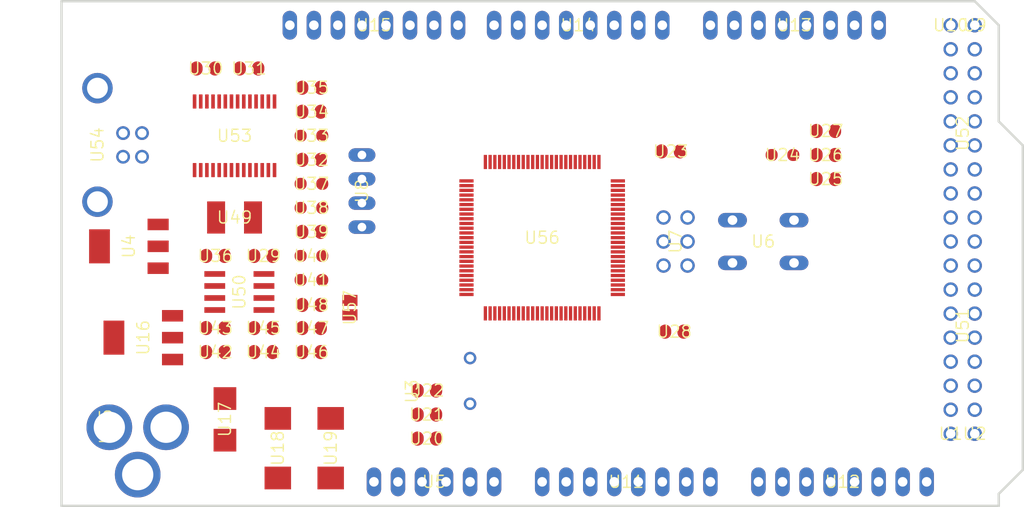
<source format=kicad_pcb>
(kicad_pcb (version 20171130) (host pcbnew "(5.1.4-0-10_14)")

  (general
    (thickness 1.6)
    (drawings 9)
    (tracks 0)
    (zones 0)
    (modules 57)
    (nets 100)
  )

  (page A4)
  (layers
    (0 Top signal)
    (31 Bottom signal)
    (32 B.Adhes user)
    (33 F.Adhes user)
    (34 B.Paste user)
    (35 F.Paste user)
    (36 B.SilkS user)
    (37 F.SilkS user)
    (38 B.Mask user)
    (39 F.Mask user)
    (40 Dwgs.User user)
    (41 Cmts.User user)
    (42 Eco1.User user)
    (43 Eco2.User user)
    (44 Edge.Cuts user)
    (45 Margin user)
    (46 B.CrtYd user)
    (47 F.CrtYd user)
    (48 B.Fab user)
    (49 F.Fab user)
  )

  (setup
    (last_trace_width 0.25)
    (user_trace_width 0.3048)
    (user_trace_width 1.27)
    (trace_clearance 0.063)
    (zone_clearance 0.508)
    (zone_45_only no)
    (trace_min 0.2)
    (via_size 0.9144)
    (via_drill 0.4)
    (via_min_size 0.4)
    (via_min_drill 0.3)
    (uvia_size 0.3)
    (uvia_drill 0.1)
    (uvias_allowed yes)
    (uvia_min_size 0.2)
    (uvia_min_drill 0.1)
    (edge_width 0.05)
    (segment_width 0.2)
    (pcb_text_width 0.3)
    (pcb_text_size 1.5 1.5)
    (mod_edge_width 0.12)
    (mod_text_size 1 1)
    (mod_text_width 0.15)
    (pad_size 0.35 1.5)
    (pad_drill 0)
    (pad_to_mask_clearance 0.051)
    (solder_mask_min_width 0.25)
    (aux_axis_origin 0 0)
    (visible_elements FFFFFF7F)
    (pcbplotparams
      (layerselection 0x010fc_ffffffff)
      (usegerberextensions false)
      (usegerberattributes false)
      (usegerberadvancedattributes false)
      (creategerberjobfile false)
      (excludeedgelayer true)
      (linewidth 0.100000)
      (plotframeref false)
      (viasonmask false)
      (mode 1)
      (useauxorigin false)
      (hpglpennumber 1)
      (hpglpenspeed 20)
      (hpglpendiameter 15.000000)
      (psnegative false)
      (psa4output false)
      (plotreference true)
      (plotvalue true)
      (plotinvisibletext false)
      (padsonsilk false)
      (subtractmaskfromsilk false)
      (outputformat 1)
      (mirror false)
      (drillshape 1)
      (scaleselection 1)
      (outputdirectory ""))
  )

  (net 0 "")
  (net 1 +5V)
  (net 2 GND)
  (net 3 N$6)
  (net 4 N$7)
  (net 5 AREF)
  (net 6 RESET)
  (net 7 VIN)
  (net 8 N$3)
  (net 9 PWRIN)
  (net 10 M8RXD)
  (net 11 M8TXD)
  (net 12 ADC0)
  (net 13 ADC2)
  (net 14 ADC1)
  (net 15 ADC3)
  (net 16 ADC4)
  (net 17 ADC5)
  (net 18 ADC6)
  (net 19 ADC7)
  (net 20 +3V3)
  (net 21 SDA)
  (net 22 SCL)
  (net 23 ADC9)
  (net 24 ADC8)
  (net 25 ADC10)
  (net 26 ADC11)
  (net 27 ADC12)
  (net 28 ADC13)
  (net 29 ADC14)
  (net 30 ADC15)
  (net 31 PB3)
  (net 32 PB2)
  (net 33 PB1)
  (net 34 PB5)
  (net 35 PB4)
  (net 36 PE5)
  (net 37 PE4)
  (net 38 PE3)
  (net 39 PE1)
  (net 40 PE0)
  (net 41 N$15)
  (net 42 N$53)
  (net 43 N$54)
  (net 44 N$55)
  (net 45 D-)
  (net 46 D+)
  (net 47 N$60)
  (net 48 DTR)
  (net 49 USBVCC)
  (net 50 N$2)
  (net 51 N$4)
  (net 52 GATE_CMD)
  (net 53 CMP)
  (net 54 PB6)
  (net 55 PH3)
  (net 56 PH4)
  (net 57 PH5)
  (net 58 PH6)
  (net 59 PG5)
  (net 60 RXD1)
  (net 61 TXD1)
  (net 62 RXD2)
  (net 63 RXD3)
  (net 64 TXD2)
  (net 65 TXD3)
  (net 66 PC0)
  (net 67 PC1)
  (net 68 PC2)
  (net 69 PC3)
  (net 70 PC4)
  (net 71 PC5)
  (net 72 PC6)
  (net 73 PC7)
  (net 74 PB0)
  (net 75 PG0)
  (net 76 PG1)
  (net 77 PG2)
  (net 78 PD7)
  (net 79 PA0)
  (net 80 PA1)
  (net 81 PA2)
  (net 82 PA3)
  (net 83 PA4)
  (net 84 PA5)
  (net 85 PA6)
  (net 86 PA7)
  (net 87 PL0)
  (net 88 PL1)
  (net 89 PL2)
  (net 90 PL3)
  (net 91 PL4)
  (net 92 PL5)
  (net 93 PL6)
  (net 94 PL7)
  (net 95 PB7)
  (net 96 CTS)
  (net 97 DSR)
  (net 98 DCD)
  (net 99 RI)

  (net_class Default "This is the default net class."
    (clearance 0.063)
    (trace_width 0.25)
    (via_dia 0.9144)
    (via_drill 0.4)
    (uvia_dia 0.3)
    (uvia_drill 0.1)
  )

  (net_class Power ""
    (clearance 0.063)
    (trace_width 0.3048)
    (via_dia 0.9144)
    (via_drill 0.4)
    (uvia_dia 0.3)
    (uvia_drill 0.1)
    (add_net +3V3)
    (add_net +5V)
    (add_net PWRIN)
    (add_net USBVCC)
  )

  (net_class Signal ""
    (clearance 0.063)
    (trace_width 0.2032)
    (via_dia 0.9144)
    (via_drill 0.4)
    (uvia_dia 0.3)
    (uvia_drill 0.1)
    (add_net ADC0)
    (add_net ADC1)
    (add_net ADC10)
    (add_net ADC11)
    (add_net ADC12)
    (add_net ADC13)
    (add_net ADC14)
    (add_net ADC15)
    (add_net ADC2)
    (add_net ADC3)
    (add_net ADC4)
    (add_net ADC5)
    (add_net ADC6)
    (add_net ADC7)
    (add_net ADC8)
    (add_net ADC9)
    (add_net AREF)
    (add_net CMP)
    (add_net CTS)
    (add_net D+)
    (add_net D-)
    (add_net DCD)
    (add_net DSR)
    (add_net DTR)
    (add_net GATE_CMD)
    (add_net GND)
    (add_net M8RXD)
    (add_net M8TXD)
    (add_net N$15)
    (add_net N$2)
    (add_net N$3)
    (add_net N$4)
    (add_net N$53)
    (add_net N$54)
    (add_net N$55)
    (add_net N$6)
    (add_net N$60)
    (add_net N$7)
    (add_net PA0)
    (add_net PA1)
    (add_net PA2)
    (add_net PA3)
    (add_net PA4)
    (add_net PA5)
    (add_net PA6)
    (add_net PA7)
    (add_net PB0)
    (add_net PB1)
    (add_net PB2)
    (add_net PB3)
    (add_net PB4)
    (add_net PB5)
    (add_net PB6)
    (add_net PB7)
    (add_net PC0)
    (add_net PC1)
    (add_net PC2)
    (add_net PC3)
    (add_net PC4)
    (add_net PC5)
    (add_net PC6)
    (add_net PC7)
    (add_net PD7)
    (add_net PE0)
    (add_net PE1)
    (add_net PE3)
    (add_net PE4)
    (add_net PE5)
    (add_net PG0)
    (add_net PG1)
    (add_net PG2)
    (add_net PG5)
    (add_net PH3)
    (add_net PH4)
    (add_net PH5)
    (add_net PH6)
    (add_net PL0)
    (add_net PL1)
    (add_net PL2)
    (add_net PL3)
    (add_net PL4)
    (add_net PL5)
    (add_net PL6)
    (add_net PL7)
    (add_net RESET)
    (add_net RI)
    (add_net RXD1)
    (add_net RXD2)
    (add_net RXD3)
    (add_net SCL)
    (add_net SDA)
    (add_net TXD1)
    (add_net TXD2)
    (add_net TXD3)
  )

  (net_class VIN ""
    (clearance 0.063)
    (trace_width 1.2)
    (via_dia 0.9144)
    (via_drill 0.4)
    (uvia_dia 0.3)
    (uvia_drill 0.1)
    (add_net VIN)
  )

  (module Arduino_MEGA_Reference_Design:PN61729 (layer Top) (tedit 5DD86010) (tstamp 5DD86102)
    (at 98.9584 93.5228 270)
    (fp_text reference U54 (at 0 -2.54 270) (layer F.SilkS)
      (effects (font (size 1.27 1.27) (thickness 0.15)))
    )
    (fp_text value "" (at 0 -2.54 270) (layer F.SilkS)
      (effects (font (size 1.27 1.27) (thickness 0.15)))
    )
    (fp_poly (pts (xy -6 -8.29) (xy 6 -8.29) (xy 6 7.71) (xy -6 7.71)) (layer F.CrtYd) (width 0.1))
    (pad P$2 thru_hole circle (at 6 -2.54 270) (size 3.216 3.216) (drill 2.2) (layers *.Cu *.Mask)
      (net 2 GND) (solder_mask_margin 0.1524))
    (pad P$1 thru_hole circle (at -6 -2.54 270) (size 3.216 3.216) (drill 2.2) (layers *.Cu *.Mask)
      (net 2 GND) (solder_mask_margin 0.1524))
    (pad 4 thru_hole circle (at 1.25 -5.25 270) (size 1.458 1.458) (drill 0.95) (layers *.Cu *.Mask)
      (net 2 GND) (solder_mask_margin 0.1524))
    (pad 3 thru_hole circle (at -1.25 -5.25 270) (size 1.458 1.458) (drill 0.95) (layers *.Cu *.Mask)
      (net 46 D+) (solder_mask_margin 0.1524))
    (pad 2 thru_hole circle (at -1.25 -7.25 270) (size 1.458 1.458) (drill 0.95) (layers *.Cu *.Mask)
      (net 45 D-) (solder_mask_margin 0.1524))
    (pad 1 thru_hole circle (at 1.25 -7.25 270) (size 1.458 1.458) (drill 0.95) (layers *.Cu *.Mask)
      (net 47 N$60) (solder_mask_margin 0.1524))
  )

  (module Arduino_MEGA_Reference_Design:DC-21MM locked (layer Top) (tedit 5DD85FF7) (tstamp 5DD85D69)
    (at 103.0351 123.2916 90)
    (fp_text reference U55 (at 0 -0.635 90) (layer F.SilkS)
      (effects (font (size 1.27 1.27) (thickness 0.15)))
    )
    (fp_text value "" (at 0 -0.635 90) (layer F.SilkS)
      (effects (font (size 1.27 1.27) (thickness 0.15)))
    )
    (fp_poly (pts (xy -5.25 -7.885) (xy 4 -7.885) (xy 4 5.865) (xy -5.25 5.865)) (layer F.CrtYd) (width 0.1))
    (pad 3 thru_hole circle (at -0.0762 -0.2794 90) (size 4.826 4.826) (drill 3.302) (layers *.Cu *.Mask)
      (net 2 GND) (solder_mask_margin 0.1524))
    (pad 2 thru_hole circle (at -0.0762 5.715 90) (size 4.826 4.826) (drill 3.302) (layers *.Cu *.Mask)
      (net 9 PWRIN) (solder_mask_margin 0.1524))
    (pad 1 thru_hole circle (at -5.08 2.7178 90) (size 4.826 4.826) (drill 3.302) (layers *.Cu *.Mask)
      (net 2 GND) (solder_mask_margin 0.1524))
  )

  (module Arduino_MEGA_Reference_Design:1X01 locked (layer Top) (tedit 5DDD8317) (tstamp 5DD862A0)
    (at 191.6811 124.0536)
    (fp_text reference U1 (at 0 0) (layer F.SilkS)
      (effects (font (size 1.27 1.27) (thickness 0.15)))
    )
    (fp_text value "" (at 0 0) (layer F.SilkS)
      (effects (font (size 1.27 1.27) (thickness 0.15)))
    )
    (fp_poly (pts (xy -1.3 -1.25) (xy 1.3 -1.25) (xy 1.3 1.25) (xy -1.3 1.25)) (layer F.CrtYd) (width 0.1))
    (pad 1 thru_hole circle (at 0 0) (size 1.524 1.524) (drill 1.016) (layers *.Cu *.Mask)
      (net 2 GND) (solder_mask_margin 0.1524))
  )

  (module Arduino_MEGA_Reference_Design:1X01 locked (layer Top) (tedit 5DDD82F6) (tstamp 5DD862AD)
    (at 194.2211 124.0536)
    (fp_text reference U2 (at 0 0) (layer F.SilkS)
      (effects (font (size 1.27 1.27) (thickness 0.15)))
    )
    (fp_text value "" (at 0 0) (layer F.SilkS)
      (effects (font (size 1.27 1.27) (thickness 0.15)))
    )
    (fp_poly (pts (xy -1.2 -1.2) (xy 1.2 -1.2) (xy 1.2 1.25) (xy -1.2 1.25)) (layer F.CrtYd) (width 0.1))
    (pad 1 thru_hole circle (at 0 0) (size 1.524 1.524) (drill 1.016) (layers *.Cu *.Mask)
      (net 2 GND) (solder_mask_margin 0.1524))
  )

  (module Arduino_MEGA_Reference_Design:HC49_S (layer Top) (tedit 5DDD82D4) (tstamp 5DD85D77)
    (at 140.8811 118.4656 90)
    (fp_text reference U3 (at -1.1 -6.15 90) (layer F.SilkS)
      (effects (font (size 1.27 1.27) (thickness 0.15)))
    )
    (fp_text value "" (at -1.1 -6.15 90) (layer F.SilkS)
      (effects (font (size 1.27 1.27) (thickness 0.15)))
    )
    (fp_poly (pts (xy -4.45 -2.55) (xy -5.05 -1.9) (xy -5.7 -1.25) (xy -5.7 1.35)
      (xy -5.05 1.95) (xy -4.4 2.55) (xy 4.5 2.55) (xy 5.1 1.85)
      (xy 5.75 1.3) (xy 5.7 -1.3) (xy 5.1 -1.85) (xy 4.45 -2.55)) (layer F.CrtYd) (width 0.1))
    (pad 2 thru_hole circle (at 2.413 0 90) (size 1.3208 1.3208) (drill 0.8128) (layers *.Cu *.Mask)
      (net 4 N$7) (solder_mask_margin 0.1524))
    (pad 1 thru_hole circle (at -2.413 0 90) (size 1.3208 1.3208) (drill 0.8128) (layers *.Cu *.Mask)
      (net 3 N$6) (solder_mask_margin 0.1524))
  )

  (module Arduino_MEGA_Reference_Design:SOT223 (layer Top) (tedit 5DDD8275) (tstamp 5DD8614A)
    (at 104.8131 104.2416 90)
    (fp_text reference U4 (at 0 0 90) (layer F.SilkS)
      (effects (font (size 1.27 1.27) (thickness 0.15)))
    )
    (fp_text value "" (at 0 0 90) (layer F.SilkS)
      (effects (font (size 1.27 1.27) (thickness 0.15)))
    )
    (fp_poly (pts (xy -3.35 -1.85) (xy 3.35 -1.85) (xy 3.35 1.9) (xy -3.4 1.85)) (layer F.CrtYd) (width 0.1))
    (pad 4 smd rect (at 0 -3.099 90) (size 3.6 2.2) (layers Top F.Paste F.Mask)
      (solder_mask_margin 0.1524))
    (pad 3 smd rect (at 2.3114 3.0988 90) (size 1.2192 2.2352) (layers Top F.Paste F.Mask)
      (net 1 +5V) (solder_mask_margin 0.1524))
    (pad 2 smd rect (at 0 3.0988 90) (size 1.2192 2.2352) (layers Top F.Paste F.Mask)
      (net 49 USBVCC) (solder_mask_margin 0.1524))
    (pad 1 smd rect (at -2.3114 3.0988 90) (size 1.2192 2.2352) (layers Top F.Paste F.Mask)
      (net 52 GATE_CMD) (solder_mask_margin 0.1524))
  )

  (module Arduino_MEGA_Reference_Design:1X06 locked (layer Top) (tedit 5DD8649A) (tstamp 5DD85DDB)
    (at 137.0711 129.1336)
    (fp_text reference U5 (at 0 0) (layer F.SilkS)
      (effects (font (size 1.27 1.27) (thickness 0.15)))
    )
    (fp_text value "" (at 0 0) (layer F.SilkS)
      (effects (font (size 1.27 1.27) (thickness 0.15)))
    )
    (fp_poly (pts (xy -7.6 -1.25) (xy 7.6 -1.25) (xy 7.6 1.25) (xy -7.6 1.25)) (layer F.CrtYd) (width 0.1))
    (pad 6 thru_hole oval (at 6.35 0 90) (size 3.048 1.524) (drill 1.016) (layers *.Cu *.Mask)
      (net 7 VIN) (solder_mask_margin 0.1524))
    (pad 5 thru_hole oval (at 3.81 0 90) (size 3.048 1.524) (drill 1.016) (layers *.Cu *.Mask)
      (net 2 GND) (solder_mask_margin 0.1524))
    (pad 4 thru_hole oval (at 1.27 0 90) (size 3.048 1.524) (drill 1.016) (layers *.Cu *.Mask)
      (net 2 GND) (solder_mask_margin 0.1524))
    (pad 3 thru_hole oval (at -1.27 0 90) (size 3.048 1.524) (drill 1.016) (layers *.Cu *.Mask)
      (net 1 +5V) (solder_mask_margin 0.1524))
    (pad 2 thru_hole oval (at -3.81 0 90) (size 3.048 1.524) (drill 1.016) (layers *.Cu *.Mask)
      (net 20 +3V3) (solder_mask_margin 0.1524))
    (pad 1 thru_hole oval (at -6.35 0 90) (size 3.048 1.524) (drill 1.016) (layers *.Cu *.Mask)
      (net 6 RESET) (solder_mask_margin 0.1524))
  )

  (module Arduino_MEGA_Reference_Design:B3F-10XX locked (layer Top) (tedit 5DD8641F) (tstamp 5DD85D15)
    (at 171.8691 103.7336 180)
    (fp_text reference U6 (at 0 0 180) (layer F.SilkS)
      (effects (font (size 1.27 1.27) (thickness 0.15)))
    )
    (fp_text value "" (at 0 0 180) (layer F.SilkS)
      (effects (font (size 1.27 1.27) (thickness 0.15)))
    )
    (fp_poly (pts (xy -3.45 -3.1) (xy 3.35 -3.1) (xy 3.3 3) (xy -3.5 3)) (layer F.CrtYd) (width 0.1))
    (pad 4 thru_hole oval (at 3.2512 2.2606 180) (size 3.048 1.524) (drill 1.016) (layers *.Cu *.Mask)
      (net 6 RESET) (solder_mask_margin 0.1524))
    (pad 2 thru_hole oval (at 3.2512 -2.2606 180) (size 3.048 1.524) (drill 1.016) (layers *.Cu *.Mask)
      (net 2 GND) (solder_mask_margin 0.1524))
    (pad 3 thru_hole oval (at -3.2512 2.2606 180) (size 3.048 1.524) (drill 1.016) (layers *.Cu *.Mask)
      (net 6 RESET) (solder_mask_margin 0.1524))
    (pad 1 thru_hole oval (at -3.2512 -2.2606 180) (size 3.048 1.524) (drill 1.016) (layers *.Cu *.Mask)
      (net 2 GND) (solder_mask_margin 0.1524))
  )

  (module Arduino_MEGA_Reference_Design:2X03 locked (layer Top) (tedit 5DD8640E) (tstamp 5DD85C40)
    (at 162.5981 103.7336 270)
    (fp_text reference U7 (at 0 0 270) (layer F.SilkS)
      (effects (font (size 1.27 1.27) (thickness 0.15)))
    )
    (fp_text value "" (at 0 0 270) (layer F.SilkS)
      (effects (font (size 1.27 1.27) (thickness 0.15)))
    )
    (fp_poly (pts (xy -3.85 -2.5) (xy 3.825 -2.575) (xy 3.85 2.5125) (xy -3.85 2.4875)) (layer F.CrtYd) (width 0.1))
    (pad 6 thru_hole circle (at 2.54 -1.27 270) (size 1.524 1.524) (drill 1.016) (layers *.Cu *.Mask)
      (net 2 GND) (solder_mask_margin 0.1524))
    (pad 5 thru_hole circle (at 2.54 1.27 270) (size 1.524 1.524) (drill 1.016) (layers *.Cu *.Mask)
      (net 6 RESET) (solder_mask_margin 0.1524))
    (pad 4 thru_hole circle (at 0 -1.27 270) (size 1.524 1.524) (drill 1.016) (layers *.Cu *.Mask)
      (net 32 PB2) (solder_mask_margin 0.1524))
    (pad 3 thru_hole circle (at 0 1.27 270) (size 1.524 1.524) (drill 1.016) (layers *.Cu *.Mask)
      (net 33 PB1) (solder_mask_margin 0.1524))
    (pad 2 thru_hole circle (at -2.54 -1.27 270) (size 1.524 1.524) (drill 1.016) (layers *.Cu *.Mask)
      (net 1 +5V) (solder_mask_margin 0.1524))
    (pad 1 thru_hole circle (at -2.54 1.27 270) (size 1.524 1.524) (drill 1.016) (layers *.Cu *.Mask)
      (net 31 PB3) (solder_mask_margin 0.1524))
  )

  (module Arduino_MEGA_Reference_Design:JP4 locked (layer Top) (tedit 5DD863EA) (tstamp 5DD862CC)
    (at 129.4511 98.3996 270)
    (fp_text reference U8 (at 0 0 270) (layer F.SilkS)
      (effects (font (size 1.27 1.27) (thickness 0.15)))
    )
    (fp_text value "" (at 0 0 270) (layer F.SilkS)
      (effects (font (size 1.27 1.27) (thickness 0.15)))
    )
    (fp_poly (pts (xy -5.05 -1.3) (xy 5.05 -1.3) (xy 5.05 1.25) (xy -5.05 1.3)) (layer F.CrtYd) (width 0.1))
    (pad 4 thru_hole oval (at 3.81 0) (size 2.8448 1.4224) (drill 0.9144) (layers *.Cu *.Mask)
      (net 99 RI) (solder_mask_margin 0.1524))
    (pad 3 thru_hole oval (at 1.27 0) (size 2.8448 1.4224) (drill 0.9144) (layers *.Cu *.Mask)
      (net 98 DCD) (solder_mask_margin 0.1524))
    (pad 2 thru_hole oval (at -1.27 0) (size 2.8448 1.4224) (drill 0.9144) (layers *.Cu *.Mask)
      (net 97 DSR) (solder_mask_margin 0.1524))
    (pad 1 thru_hole oval (at -3.81 0) (size 2.8448 1.4224) (drill 0.9144) (layers *.Cu *.Mask)
      (net 96 CTS) (solder_mask_margin 0.1524))
  )

  (module Arduino_MEGA_Reference_Design:1X01 locked (layer Top) (tedit 5DD863C9) (tstamp 5DD86293)
    (at 194.2211 80.8736)
    (fp_text reference U9 (at 0 0) (layer F.SilkS)
      (effects (font (size 1.27 1.27) (thickness 0.15)))
    )
    (fp_text value "" (at 0 0) (layer F.SilkS)
      (effects (font (size 1.27 1.27) (thickness 0.15)))
    )
    (fp_poly (pts (xy -1.25 -1.25) (xy 1.25 -1.25) (xy 1.25 1.25) (xy -1.25 1.25)) (layer F.CrtYd) (width 0.1))
    (pad 1 thru_hole circle (at 0 0) (size 1.524 1.524) (drill 1.016) (layers *.Cu *.Mask)
      (net 1 +5V) (solder_mask_margin 0.1524))
  )

  (module Arduino_MEGA_Reference_Design:1X01 locked (layer Top) (tedit 5DD863BF) (tstamp 5DD86286)
    (at 191.6811 80.8736)
    (fp_text reference U10 (at 0 0) (layer F.SilkS)
      (effects (font (size 1.27 1.27) (thickness 0.15)))
    )
    (fp_text value "" (at 0 0) (layer F.SilkS)
      (effects (font (size 1.27 1.27) (thickness 0.15)))
    )
    (fp_poly (pts (xy -1.25 -1.25) (xy 1.25 -1.25) (xy 1.25 1.25) (xy -1.25 1.25)) (layer F.CrtYd) (width 0.1))
    (pad 1 thru_hole circle (at 0 0) (size 1.524 1.524) (drill 1.016) (layers *.Cu *.Mask)
      (net 1 +5V) (solder_mask_margin 0.1524))
  )

  (module Arduino_MEGA_Reference_Design:1X08 locked (layer Top) (tedit 5DD8632A) (tstamp 5DD85E65)
    (at 157.3911 129.1336)
    (fp_text reference U11 (at 0 0) (layer F.SilkS)
      (effects (font (size 1.27 1.27) (thickness 0.15)))
    )
    (fp_text value "" (at 0 0) (layer F.SilkS)
      (effects (font (size 1.27 1.27) (thickness 0.15)))
    )
    (fp_poly (pts (xy -10.15 -1.45) (xy 10.1 -1.4) (xy 10.15 1.25) (xy -10.15 1.25)) (layer F.CrtYd) (width 0.1))
    (pad 8 thru_hole oval (at 8.89 0 90) (size 3.048 1.524) (drill 1.016) (layers *.Cu *.Mask)
      (net 19 ADC7) (solder_mask_margin 0.1524))
    (pad 7 thru_hole oval (at 6.35 0 90) (size 3.048 1.524) (drill 1.016) (layers *.Cu *.Mask)
      (net 18 ADC6) (solder_mask_margin 0.1524))
    (pad 6 thru_hole oval (at 3.81 0 90) (size 3.048 1.524) (drill 1.016) (layers *.Cu *.Mask)
      (net 17 ADC5) (solder_mask_margin 0.1524))
    (pad 5 thru_hole oval (at 1.27 0 90) (size 3.048 1.524) (drill 1.016) (layers *.Cu *.Mask)
      (net 16 ADC4) (solder_mask_margin 0.1524))
    (pad 4 thru_hole oval (at -1.27 0 90) (size 3.048 1.524) (drill 1.016) (layers *.Cu *.Mask)
      (net 15 ADC3) (solder_mask_margin 0.1524))
    (pad 3 thru_hole oval (at -3.81 0 90) (size 3.048 1.524) (drill 1.016) (layers *.Cu *.Mask)
      (net 13 ADC2) (solder_mask_margin 0.1524))
    (pad 2 thru_hole oval (at -6.35 0 90) (size 3.048 1.524) (drill 1.016) (layers *.Cu *.Mask)
      (net 14 ADC1) (solder_mask_margin 0.1524))
    (pad 1 thru_hole oval (at -8.89 0 90) (size 3.048 1.524) (drill 1.016) (layers *.Cu *.Mask)
      (net 12 ADC0) (solder_mask_margin 0.1524))
  )

  (module Arduino_MEGA_Reference_Design:1X08 locked (layer Top) (tedit 5DD86322) (tstamp 5DD86013)
    (at 180.2511 129.1336)
    (fp_text reference U12 (at 0 0) (layer F.SilkS)
      (effects (font (size 1.27 1.27) (thickness 0.15)))
    )
    (fp_text value "" (at 0 0) (layer F.SilkS)
      (effects (font (size 1.27 1.27) (thickness 0.15)))
    )
    (fp_poly (pts (xy -10.2 -1.4) (xy 10.05 -1.35) (xy 10.1 1.3) (xy -10.2 1.3)) (layer F.CrtYd) (width 0.1))
    (pad 8 thru_hole oval (at 8.89 0 90) (size 3.048 1.524) (drill 1.016) (layers *.Cu *.Mask)
      (net 30 ADC15) (solder_mask_margin 0.1524))
    (pad 7 thru_hole oval (at 6.35 0 90) (size 3.048 1.524) (drill 1.016) (layers *.Cu *.Mask)
      (net 29 ADC14) (solder_mask_margin 0.1524))
    (pad 6 thru_hole oval (at 3.81 0 90) (size 3.048 1.524) (drill 1.016) (layers *.Cu *.Mask)
      (net 28 ADC13) (solder_mask_margin 0.1524))
    (pad 5 thru_hole oval (at 1.27 0 90) (size 3.048 1.524) (drill 1.016) (layers *.Cu *.Mask)
      (net 27 ADC12) (solder_mask_margin 0.1524))
    (pad 4 thru_hole oval (at -1.27 0 90) (size 3.048 1.524) (drill 1.016) (layers *.Cu *.Mask)
      (net 26 ADC11) (solder_mask_margin 0.1524))
    (pad 3 thru_hole oval (at -3.81 0 90) (size 3.048 1.524) (drill 1.016) (layers *.Cu *.Mask)
      (net 25 ADC10) (solder_mask_margin 0.1524))
    (pad 2 thru_hole oval (at -6.35 0 90) (size 3.048 1.524) (drill 1.016) (layers *.Cu *.Mask)
      (net 23 ADC9) (solder_mask_margin 0.1524))
    (pad 1 thru_hole oval (at -8.89 0 90) (size 3.048 1.524) (drill 1.016) (layers *.Cu *.Mask)
      (net 24 ADC8) (solder_mask_margin 0.1524))
  )

  (module Arduino_MEGA_Reference_Design:1X08 locked (layer Top) (tedit 5DD86318) (tstamp 5DD85EB1)
    (at 175.1711 80.8736 180)
    (fp_text reference U13 (at 0 0 180) (layer F.SilkS)
      (effects (font (size 1.27 1.27) (thickness 0.15)))
    )
    (fp_text value "" (at 0 0 180) (layer F.SilkS)
      (effects (font (size 1.27 1.27) (thickness 0.15)))
    )
    (fp_poly (pts (xy -10.2 -1.4) (xy 10.05 -1.35) (xy 10.1 1.3) (xy -10.2 1.3)) (layer F.CrtYd) (width 0.1))
    (pad 8 thru_hole oval (at 8.89 0 270) (size 3.048 1.524) (drill 1.016) (layers *.Cu *.Mask)
      (net 65 TXD3) (solder_mask_margin 0.1524))
    (pad 7 thru_hole oval (at 6.35 0 270) (size 3.048 1.524) (drill 1.016) (layers *.Cu *.Mask)
      (net 63 RXD3) (solder_mask_margin 0.1524))
    (pad 6 thru_hole oval (at 3.81 0 270) (size 3.048 1.524) (drill 1.016) (layers *.Cu *.Mask)
      (net 64 TXD2) (solder_mask_margin 0.1524))
    (pad 5 thru_hole oval (at 1.27 0 270) (size 3.048 1.524) (drill 1.016) (layers *.Cu *.Mask)
      (net 62 RXD2) (solder_mask_margin 0.1524))
    (pad 4 thru_hole oval (at -1.27 0 270) (size 3.048 1.524) (drill 1.016) (layers *.Cu *.Mask)
      (net 61 TXD1) (solder_mask_margin 0.1524))
    (pad 3 thru_hole oval (at -3.81 0 270) (size 3.048 1.524) (drill 1.016) (layers *.Cu *.Mask)
      (net 60 RXD1) (solder_mask_margin 0.1524))
    (pad 2 thru_hole oval (at -6.35 0 270) (size 3.048 1.524) (drill 1.016) (layers *.Cu *.Mask)
      (net 21 SDA) (solder_mask_margin 0.1524))
    (pad 1 thru_hole oval (at -8.89 0 270) (size 3.048 1.524) (drill 1.016) (layers *.Cu *.Mask)
      (net 22 SCL) (solder_mask_margin 0.1524))
  )

  (module Arduino_MEGA_Reference_Design:1X08 locked (layer Top) (tedit 5DD8630B) (tstamp 5DD85C65)
    (at 152.3111 80.8736 180)
    (fp_text reference U14 (at 0 0 180) (layer F.SilkS)
      (effects (font (size 1.27 1.27) (thickness 0.15)))
    )
    (fp_text value "" (at 0 0 180) (layer F.SilkS)
      (effects (font (size 1.27 1.27) (thickness 0.15)))
    )
    (fp_poly (pts (xy -10.15 -1.35) (xy 10.1 -1.3) (xy 10.15 1.35) (xy -10.15 1.35)) (layer F.CrtYd) (width 0.1))
    (pad 8 thru_hole oval (at 8.89 0 270) (size 3.048 1.524) (drill 1.016) (layers *.Cu *.Mask)
      (net 56 PH4) (solder_mask_margin 0.1524))
    (pad 7 thru_hole oval (at 6.35 0 270) (size 3.048 1.524) (drill 1.016) (layers *.Cu *.Mask)
      (net 55 PH3) (solder_mask_margin 0.1524))
    (pad 6 thru_hole oval (at 3.81 0 270) (size 3.048 1.524) (drill 1.016) (layers *.Cu *.Mask)
      (net 38 PE3) (solder_mask_margin 0.1524))
    (pad 5 thru_hole oval (at 1.27 0 270) (size 3.048 1.524) (drill 1.016) (layers *.Cu *.Mask)
      (net 59 PG5) (solder_mask_margin 0.1524))
    (pad 4 thru_hole oval (at -1.27 0 270) (size 3.048 1.524) (drill 1.016) (layers *.Cu *.Mask)
      (net 36 PE5) (solder_mask_margin 0.1524))
    (pad 3 thru_hole oval (at -3.81 0 270) (size 3.048 1.524) (drill 1.016) (layers *.Cu *.Mask)
      (net 37 PE4) (solder_mask_margin 0.1524))
    (pad 2 thru_hole oval (at -6.35 0 270) (size 3.048 1.524) (drill 1.016) (layers *.Cu *.Mask)
      (net 39 PE1) (solder_mask_margin 0.1524))
    (pad 1 thru_hole oval (at -8.89 0 270) (size 3.048 1.524) (drill 1.016) (layers *.Cu *.Mask)
      (net 40 PE0) (solder_mask_margin 0.1524))
  )

  (module Arduino_MEGA_Reference_Design:1X08 locked (layer Top) (tedit 5DD862DF) (tstamp 5DD85CB1)
    (at 130.7211 80.8736 180)
    (fp_text reference U15 (at 0 0 180) (layer F.SilkS)
      (effects (font (size 1.27 1.27) (thickness 0.15)))
    )
    (fp_text value "" (at 0 0 180) (layer F.SilkS)
      (effects (font (size 1.27 1.27) (thickness 0.15)))
    )
    (fp_poly (pts (xy -10.1 -1.45) (xy 10.15 -1.4) (xy 10.2 1.25) (xy -10.1 1.25)) (layer F.CrtYd) (width 0.1))
    (pad 8 thru_hole oval (at 8.89 0 270) (size 3.048 1.524) (drill 1.016) (layers *.Cu *.Mask)
      (net 5 AREF) (solder_mask_margin 0.1524))
    (pad 7 thru_hole oval (at 6.35 0 270) (size 3.048 1.524) (drill 1.016) (layers *.Cu *.Mask)
      (net 2 GND) (solder_mask_margin 0.1524))
    (pad 6 thru_hole oval (at 3.81 0 270) (size 3.048 1.524) (drill 1.016) (layers *.Cu *.Mask)
      (net 95 PB7) (solder_mask_margin 0.1524))
    (pad 5 thru_hole oval (at 1.27 0 270) (size 3.048 1.524) (drill 1.016) (layers *.Cu *.Mask)
      (net 54 PB6) (solder_mask_margin 0.1524))
    (pad 4 thru_hole oval (at -1.27 0 270) (size 3.048 1.524) (drill 1.016) (layers *.Cu *.Mask)
      (net 34 PB5) (solder_mask_margin 0.1524))
    (pad 3 thru_hole oval (at -3.81 0 270) (size 3.048 1.524) (drill 1.016) (layers *.Cu *.Mask)
      (net 35 PB4) (solder_mask_margin 0.1524))
    (pad 2 thru_hole oval (at -6.35 0 270) (size 3.048 1.524) (drill 1.016) (layers *.Cu *.Mask)
      (net 58 PH6) (solder_mask_margin 0.1524))
    (pad 1 thru_hole oval (at -8.89 0 270) (size 3.048 1.524) (drill 1.016) (layers *.Cu *.Mask)
      (net 57 PH5) (solder_mask_margin 0.1524))
  )

  (module Arduino_MEGA_Reference_Design:SOT223 (layer Top) (tedit 5DD862A6) (tstamp 5DD85DB9)
    (at 106.3371 113.8936 90)
    (fp_text reference U16 (at 0 0 90) (layer F.SilkS)
      (effects (font (size 1.27 1.27) (thickness 0.15)))
    )
    (fp_text value "" (at 0 0 90) (layer F.SilkS)
      (effects (font (size 1.27 1.27) (thickness 0.15)))
    )
    (fp_poly (pts (xy -3.45 -2) (xy 3.45 -2) (xy 3.45 1.9) (xy -3.45 1.9)) (layer F.CrtYd) (width 0.1))
    (pad 4 smd rect (at 0 -3.099 90) (size 3.6 2.2) (layers Top F.Paste F.Mask)
      (net 1 +5V) (solder_mask_margin 0.1524))
    (pad 3 smd rect (at 2.3114 3.0988 90) (size 1.2192 2.2352) (layers Top F.Paste F.Mask)
      (net 7 VIN) (solder_mask_margin 0.1524))
    (pad 2 smd rect (at 0 3.0988 90) (size 1.2192 2.2352) (layers Top F.Paste F.Mask)
      (net 1 +5V) (solder_mask_margin 0.1524))
    (pad 1 smd rect (at -2.3114 3.0988 90) (size 1.2192 2.2352) (layers Top F.Paste F.Mask)
      (net 2 GND) (solder_mask_margin 0.1524))
  )

  (module Arduino_MEGA_Reference_Design:SMB (layer Top) (tedit 5DD8628F) (tstamp 5DD85D5A)
    (at 114.9731 122.5296 270)
    (fp_text reference U17 (at 0 0 270) (layer F.SilkS)
      (effects (font (size 1.27 1.27) (thickness 0.15)))
    )
    (fp_text value "" (at 0 0 270) (layer F.SilkS)
      (effects (font (size 1.27 1.27) (thickness 0.15)))
    )
    (fp_poly (pts (xy -2.35 -2) (xy 2.35 -2) (xy 2.35 1.95) (xy -2.35 1.95)) (layer F.CrtYd) (width 0.1))
    (pad A smd rect (at 2.2 0 270) (size 2.4 2.4) (layers Top F.Paste F.Mask)
      (net 9 PWRIN) (solder_mask_margin 0.1524))
    (pad C smd rect (at -2.2 0 270) (size 2.4 2.4) (layers Top F.Paste F.Mask)
      (net 7 VIN) (solder_mask_margin 0.1524))
  )

  (module Arduino_MEGA_Reference_Design:SMC_D (layer Top) (tedit 5DD86271) (tstamp 5DD85CFD)
    (at 120.5611 125.5776 270)
    (fp_text reference U18 (at 0 0 270) (layer F.SilkS)
      (effects (font (size 1.27 1.27) (thickness 0.15)))
    )
    (fp_text value "" (at 0 0 270) (layer F.SilkS)
      (effects (font (size 1.27 1.27) (thickness 0.15)))
    )
    (fp_poly (pts (xy -3.55 -2.15) (xy 3.55 -2.15) (xy 3.55 2.15) (xy -3.55 2.15)) (layer F.CrtYd) (width 0.1))
    (pad - smd rect (at 3.15 0 90) (size 2.4 2.8) (layers Top F.Paste F.Mask)
      (net 2 GND) (solder_mask_margin 0.1524))
    (pad + smd rect (at -3.15 0 270) (size 2.4 2.8) (layers Top F.Paste F.Mask)
      (net 7 VIN) (solder_mask_margin 0.1524))
  )

  (module Arduino_MEGA_Reference_Design:SMC_D (layer Top) (tedit 5DD8625D) (tstamp 5DD85D09)
    (at 126.1491 125.5776 270)
    (fp_text reference U19 (at 0 0 270) (layer F.SilkS)
      (effects (font (size 1.27 1.27) (thickness 0.15)))
    )
    (fp_text value "" (at 0 0 270) (layer F.SilkS)
      (effects (font (size 1.27 1.27) (thickness 0.15)))
    )
    (fp_poly (pts (xy -3.6 -2.2) (xy 3.6 -2.2) (xy 3.6 2.2) (xy -3.6 2.2)) (layer F.CrtYd) (width 0.1))
    (pad - smd rect (at 3.15 0 90) (size 2.4 2.8) (layers Top F.Paste F.Mask)
      (net 2 GND) (solder_mask_margin 0.1524))
    (pad + smd rect (at -3.15 0 270) (size 2.4 2.8) (layers Top F.Paste F.Mask)
      (net 1 +5V) (solder_mask_margin 0.1524))
  )

  (module Arduino_MEGA_Reference_Design:C0805RND (layer Top) (tedit 5DD86249) (tstamp 5DD86005)
    (at 136.3091 124.5616)
    (fp_text reference U20 (at 0 0) (layer F.SilkS)
      (effects (font (size 1.27 1.27) (thickness 0.15)))
    )
    (fp_text value "" (at 0 0) (layer F.SilkS)
      (effects (font (size 1.27 1.27) (thickness 0.15)))
    )
    (fp_poly (pts (xy -0.95 -0.75) (xy 1.05 -0.75) (xy 1.05 0.75) (xy -0.95 0.75)) (layer F.CrtYd) (width 0.1))
    (pad 2 smd roundrect (at 0.977 0) (size 1.3 1.5) (layers Top F.Paste F.Mask) (roundrect_rratio 0.5)
      (net 2 GND) (solder_mask_margin 0.1524))
    (pad 1 smd roundrect (at -0.977 0) (size 1.3 1.5) (layers Top F.Paste F.Mask) (roundrect_rratio 0.5)
      (net 1 +5V) (solder_mask_margin 0.1524))
  )

  (module Arduino_MEGA_Reference_Design:C0805RND (layer Top) (tedit 5DD86243) (tstamp 5DD85E31)
    (at 136.3091 122.0216)
    (fp_text reference U21 (at 0 0) (layer F.SilkS)
      (effects (font (size 1.27 1.27) (thickness 0.15)))
    )
    (fp_text value "" (at 0 0) (layer F.SilkS)
      (effects (font (size 1.27 1.27) (thickness 0.15)))
    )
    (fp_poly (pts (xy -0.95 -0.75) (xy 1.05 -0.75) (xy 1.05 0.75) (xy -0.95 0.75)) (layer F.CrtYd) (width 0.1))
    (pad 2 smd roundrect (at 0.977 0) (size 1.3 1.5) (layers Top F.Paste F.Mask) (roundrect_rratio 0.5)
      (net 3 N$6) (solder_mask_margin 0.1524))
    (pad 1 smd roundrect (at -0.977 0) (size 1.3 1.5) (layers Top F.Paste F.Mask) (roundrect_rratio 0.5)
      (net 2 GND) (solder_mask_margin 0.1524))
  )

  (module Arduino_MEGA_Reference_Design:C0805RND (layer Top) (tedit 5DD8623E) (tstamp 5DD85E3F)
    (at 136.3091 119.4816)
    (fp_text reference U22 (at 0 0) (layer F.SilkS)
      (effects (font (size 1.27 1.27) (thickness 0.15)))
    )
    (fp_text value "" (at 0 0) (layer F.SilkS)
      (effects (font (size 1.27 1.27) (thickness 0.15)))
    )
    (fp_poly (pts (xy -0.95 -0.75) (xy 1.05 -0.75) (xy 1.05 0.75) (xy -0.95 0.75)) (layer F.CrtYd) (width 0.1))
    (pad 2 smd roundrect (at 0.977 0) (size 1.3 1.5) (layers Top F.Paste F.Mask) (roundrect_rratio 0.5)
      (net 4 N$7) (solder_mask_margin 0.1524))
    (pad 1 smd roundrect (at -0.977 0) (size 1.3 1.5) (layers Top F.Paste F.Mask) (roundrect_rratio 0.5)
      (net 2 GND) (solder_mask_margin 0.1524))
  )

  (module Arduino_MEGA_Reference_Design:C0805RND (layer Top) (tedit 5DD86230) (tstamp 5DD85FF7)
    (at 162.0901 94.2086 180)
    (fp_text reference U23 (at 0 0 180) (layer F.SilkS)
      (effects (font (size 1.27 1.27) (thickness 0.15)))
    )
    (fp_text value "" (at 0 0 180) (layer F.SilkS)
      (effects (font (size 1.27 1.27) (thickness 0.15)))
    )
    (fp_poly (pts (xy -0.95 -0.75) (xy 1.05 -0.75) (xy 1.05 0.75) (xy -0.95 0.75)) (layer F.CrtYd) (width 0.1))
    (pad 2 smd roundrect (at 0.977 0 180) (size 1.3 1.5) (layers Top F.Paste F.Mask) (roundrect_rratio 0.5)
      (net 2 GND) (solder_mask_margin 0.1524))
    (pad 1 smd roundrect (at -0.977 0 180) (size 1.3 1.5) (layers Top F.Paste F.Mask) (roundrect_rratio 0.5)
      (net 1 +5V) (solder_mask_margin 0.1524))
  )

  (module Arduino_MEGA_Reference_Design:0805RND (layer Top) (tedit 5DD86228) (tstamp 5DD85D52)
    (at 173.9011 94.5896 180)
    (fp_text reference U24 (at 0 0 180) (layer F.SilkS)
      (effects (font (size 1.27 1.27) (thickness 0.15)))
    )
    (fp_text value "" (at 0 0 180) (layer F.SilkS)
      (effects (font (size 1.27 1.27) (thickness 0.15)))
    )
    (fp_poly (pts (xy -0.95 -0.75) (xy 1.05 -0.75) (xy 1.05 0.75) (xy -0.95 0.75)) (layer F.CrtYd) (width 0.1))
    (pad P$2 smd roundrect (at 1.143 0 270) (size 1.27 1.27) (layers Top F.Paste F.Mask) (roundrect_rratio 0.45)
      (net 2 GND) (solder_mask_margin 0.1524))
    (pad P$1 smd roundrect (at -1.143 0 270) (size 1.27 1.27) (layers Top F.Paste F.Mask) (roundrect_rratio 0.45)
      (net 8 N$3) (solder_mask_margin 0.1524))
  )

  (module Arduino_MEGA_Reference_Design:R0805RND (layer Top) (tedit 5DD86221) (tstamp 5DD86278)
    (at 178.4731 97.1296 180)
    (fp_text reference U25 (at 0 0 180) (layer F.SilkS)
      (effects (font (size 1.27 1.27) (thickness 0.15)))
    )
    (fp_text value "" (at 0 0 180) (layer F.SilkS)
      (effects (font (size 1.27 1.27) (thickness 0.15)))
    )
    (fp_poly (pts (xy -0.95 -0.75) (xy 1.05 -0.75) (xy 1.05 0.75) (xy -0.95 0.75)) (layer F.CrtYd) (width 0.1))
    (pad 2 smd roundrect (at 0.977 0 180) (size 1.3 1.5) (layers Top F.Paste F.Mask) (roundrect_rratio 0.5)
      (net 8 N$3) (solder_mask_margin 0.1524))
    (pad 1 smd roundrect (at -0.977 0 180) (size 1.3 1.5) (layers Top F.Paste F.Mask) (roundrect_rratio 0.5)
      (net 1 +5V) (solder_mask_margin 0.1524))
  )

  (module Arduino_MEGA_Reference_Design:R0805RND (layer Top) (tedit 5DD8621B) (tstamp 5DD85EFD)
    (at 178.4731 94.5896 180)
    (fp_text reference U26 (at 0 0 180) (layer F.SilkS)
      (effects (font (size 1.27 1.27) (thickness 0.15)))
    )
    (fp_text value "" (at 0 0 180) (layer F.SilkS)
      (effects (font (size 1.27 1.27) (thickness 0.15)))
    )
    (fp_poly (pts (xy -0.95 -0.75) (xy 1.05 -0.75) (xy 1.05 0.75) (xy -0.95 0.75)) (layer F.CrtYd) (width 0.1))
    (pad 2 smd roundrect (at 0.977 0 180) (size 1.3 1.5) (layers Top F.Paste F.Mask) (roundrect_rratio 0.5)
      (net 22 SCL) (solder_mask_margin 0.1524))
    (pad 1 smd roundrect (at -0.977 0 180) (size 1.3 1.5) (layers Top F.Paste F.Mask) (roundrect_rratio 0.5)
      (net 1 +5V) (solder_mask_margin 0.1524))
  )

  (module Arduino_MEGA_Reference_Design:R0805RND (layer Top) (tedit 5DD86215) (tstamp 5DD85F0B)
    (at 178.4731 92.0496 180)
    (fp_text reference U27 (at 0 0 180) (layer F.SilkS)
      (effects (font (size 1.27 1.27) (thickness 0.15)))
    )
    (fp_text value "" (at 0 0 180) (layer F.SilkS)
      (effects (font (size 1.27 1.27) (thickness 0.15)))
    )
    (fp_poly (pts (xy -1 -0.8) (xy 1 -0.8) (xy 1 0.7) (xy -1 0.7)) (layer F.CrtYd) (width 0.1))
    (pad 2 smd roundrect (at 0.977 0 180) (size 1.3 1.5) (layers Top F.Paste F.Mask) (roundrect_rratio 0.5)
      (net 21 SDA) (solder_mask_margin 0.1524))
    (pad 1 smd roundrect (at -0.977 0 180) (size 1.3 1.5) (layers Top F.Paste F.Mask) (roundrect_rratio 0.5)
      (net 1 +5V) (solder_mask_margin 0.1524))
  )

  (module Arduino_MEGA_Reference_Design:C0805RND (layer Top) (tedit 5DD8620C) (tstamp 5DD85E23)
    (at 162.4711 113.2586)
    (fp_text reference U28 (at 0 0) (layer F.SilkS)
      (effects (font (size 1.27 1.27) (thickness 0.15)))
    )
    (fp_text value "" (at 0 0) (layer F.SilkS)
      (effects (font (size 1.27 1.27) (thickness 0.15)))
    )
    (fp_poly (pts (xy -0.95 -0.8) (xy 1.05 -0.8) (xy 1.05 0.7) (xy -0.95 0.7)) (layer F.CrtYd) (width 0.1))
    (pad 2 smd roundrect (at 0.977 0) (size 1.3 1.5) (layers Top F.Paste F.Mask) (roundrect_rratio 0.5)
      (net 2 GND) (solder_mask_margin 0.1524))
    (pad 1 smd roundrect (at -0.977 0) (size 1.3 1.5) (layers Top F.Paste F.Mask) (roundrect_rratio 0.5)
      (net 1 +5V) (solder_mask_margin 0.1524))
  )

  (module Arduino_MEGA_Reference_Design:C0805RND (layer Top) (tedit 5DD86204) (tstamp 5DD861B2)
    (at 119.0371 105.2576)
    (fp_text reference U29 (at 0 0) (layer F.SilkS)
      (effects (font (size 1.27 1.27) (thickness 0.15)))
    )
    (fp_text value "" (at 0 0) (layer F.SilkS)
      (effects (font (size 1.27 1.27) (thickness 0.15)))
    )
    (fp_poly (pts (xy -0.95 -0.75) (xy 1.05 -0.75) (xy 1.05 0.75) (xy -0.95 0.75)) (layer F.CrtYd) (width 0.1))
    (pad 2 smd roundrect (at 0.977 0) (size 1.3 1.5) (layers Top F.Paste F.Mask) (roundrect_rratio 0.5)
      (net 1 +5V) (solder_mask_margin 0.1524))
    (pad 1 smd roundrect (at -0.977 0) (size 1.3 1.5) (layers Top F.Paste F.Mask) (roundrect_rratio 0.5)
      (net 2 GND) (solder_mask_margin 0.1524))
  )

  (module Arduino_MEGA_Reference_Design:C0805RND (layer Top) (tedit 5DD861FC) (tstamp 5DD86089)
    (at 112.9411 85.4456)
    (fp_text reference U30 (at 0 0) (layer F.SilkS)
      (effects (font (size 1.27 1.27) (thickness 0.15)))
    )
    (fp_text value "" (at 0 0) (layer F.SilkS)
      (effects (font (size 1.27 1.27) (thickness 0.15)))
    )
    (fp_poly (pts (xy -0.95 -0.75) (xy 1.05 -0.75) (xy 1.05 0.75) (xy -0.95 0.75)) (layer F.CrtYd) (width 0.1))
    (pad 2 smd roundrect (at 0.977 0) (size 1.3 1.5) (layers Top F.Paste F.Mask) (roundrect_rratio 0.5)
      (net 20 +3V3) (solder_mask_margin 0.1524))
    (pad 1 smd roundrect (at -0.977 0) (size 1.3 1.5) (layers Top F.Paste F.Mask) (roundrect_rratio 0.5)
      (net 2 GND) (solder_mask_margin 0.1524))
  )

  (module Arduino_MEGA_Reference_Design:C0805RND (layer Top) (tedit 5DD861F5) (tstamp 5DD86118)
    (at 117.5131 85.4456)
    (fp_text reference U31 (at 0 0) (layer F.SilkS)
      (effects (font (size 1.27 1.27) (thickness 0.15)))
    )
    (fp_text value "" (at 0 0) (layer F.SilkS)
      (effects (font (size 1.27 1.27) (thickness 0.15)))
    )
    (fp_poly (pts (xy -0.95 -0.75) (xy 1.05 -0.75) (xy 1.05 0.75) (xy -0.95 0.75)) (layer F.CrtYd) (width 0.1))
    (pad 2 smd roundrect (at 0.977 0) (size 1.3 1.5) (layers Top F.Paste F.Mask) (roundrect_rratio 0.5)
      (net 2 GND) (solder_mask_margin 0.1524))
    (pad 1 smd roundrect (at -0.977 0) (size 1.3 1.5) (layers Top F.Paste F.Mask) (roundrect_rratio 0.5)
      (net 1 +5V) (solder_mask_margin 0.1524))
  )

  (module Arduino_MEGA_Reference_Design:R0805RND (layer Top) (tedit 5DD861ED) (tstamp 5DD860A7)
    (at 124.1171 95.0976)
    (fp_text reference U32 (at 0 0) (layer F.SilkS)
      (effects (font (size 1.27 1.27) (thickness 0.15)))
    )
    (fp_text value "" (at 0 0) (layer F.SilkS)
      (effects (font (size 1.27 1.27) (thickness 0.15)))
    )
    (fp_poly (pts (xy -0.95 -0.75) (xy 1.05 -0.75) (xy 1.05 0.75) (xy -0.95 0.75)) (layer F.CrtYd) (width 0.1))
    (pad 2 smd roundrect (at 0.977 0) (size 1.3 1.5) (layers Top F.Paste F.Mask) (roundrect_rratio 0.5)
      (net 1 +5V) (solder_mask_margin 0.1524))
    (pad 1 smd roundrect (at -0.977 0) (size 1.3 1.5) (layers Top F.Paste F.Mask) (roundrect_rratio 0.5)
      (net 43 N$54) (solder_mask_margin 0.1524))
  )

  (module Arduino_MEGA_Reference_Design:0805RND (layer Top) (tedit 5DD861E5) (tstamp 5DD86126)
    (at 124.1171 92.5576 180)
    (fp_text reference U33 (at 0 0 180) (layer F.SilkS)
      (effects (font (size 1.27 1.27) (thickness 0.15)))
    )
    (fp_text value "" (at 0 0 180) (layer F.SilkS)
      (effects (font (size 1.27 1.27) (thickness 0.15)))
    )
    (fp_poly (pts (xy -0.9 -0.75) (xy 1.1 -0.75) (xy 1.1 0.75) (xy -0.9 0.75)) (layer F.CrtYd) (width 0.1))
    (pad P$2 smd roundrect (at 1.143 0 270) (size 1.27 1.27) (layers Top F.Paste F.Mask) (roundrect_rratio 0.45)
      (net 2 GND) (solder_mask_margin 0.1524))
    (pad P$1 smd roundrect (at -1.143 0 270) (size 1.27 1.27) (layers Top F.Paste F.Mask) (roundrect_rratio 0.45)
      (net 50 N$2) (solder_mask_margin 0.1524))
  )

  (module Arduino_MEGA_Reference_Design:R0805RND (layer Top) (tedit 5DD861DC) (tstamp 5DD8612E)
    (at 124.1171 90.0176 180)
    (fp_text reference U34 (at 0 0 180) (layer F.SilkS)
      (effects (font (size 1.27 1.27) (thickness 0.15)))
    )
    (fp_text value "" (at 0 0 180) (layer F.SilkS)
      (effects (font (size 1.27 1.27) (thickness 0.15)))
    )
    (fp_poly (pts (xy -0.95 -0.75) (xy 1.05 -0.75) (xy 1.05 0.75) (xy -0.95 0.75)) (layer F.CrtYd) (width 0.1))
    (pad 2 smd roundrect (at 0.977 0 180) (size 1.3 1.5) (layers Top F.Paste F.Mask) (roundrect_rratio 0.5)
      (net 50 N$2) (solder_mask_margin 0.1524))
    (pad 1 smd roundrect (at -0.977 0 180) (size 1.3 1.5) (layers Top F.Paste F.Mask) (roundrect_rratio 0.5)
      (net 95 PB7) (solder_mask_margin 0.1524))
  )

  (module Arduino_MEGA_Reference_Design:C0805RND (layer Top) (tedit 5DD861D5) (tstamp 5DD85E15)
    (at 124.1171 87.4776)
    (fp_text reference U35 (at 0 0) (layer F.SilkS)
      (effects (font (size 1.27 1.27) (thickness 0.15)))
    )
    (fp_text value "" (at 0 0) (layer F.SilkS)
      (effects (font (size 1.27 1.27) (thickness 0.15)))
    )
    (fp_poly (pts (xy -0.95 -0.75) (xy 1.05 -0.75) (xy 1.05 0.75) (xy -0.95 0.75)) (layer F.CrtYd) (width 0.1))
    (pad 2 smd roundrect (at 0.977 0) (size 1.3 1.5) (layers Top F.Paste F.Mask) (roundrect_rratio 0.5)
      (net 2 GND) (solder_mask_margin 0.1524))
    (pad 1 smd roundrect (at -0.977 0) (size 1.3 1.5) (layers Top F.Paste F.Mask) (roundrect_rratio 0.5)
      (net 5 AREF) (solder_mask_margin 0.1524))
  )

  (module Arduino_MEGA_Reference_Design:C0805RND (layer Top) (tedit 5DD861CA) (tstamp 5DD8607B)
    (at 113.9571 105.2576)
    (fp_text reference U36 (at 0 0) (layer F.SilkS)
      (effects (font (size 1.27 1.27) (thickness 0.15)))
    )
    (fp_text value "" (at 0 0) (layer F.SilkS)
      (effects (font (size 1.27 1.27) (thickness 0.15)))
    )
    (fp_poly (pts (xy -0.95 -0.75) (xy 1.05 -0.75) (xy 1.05 0.75) (xy -0.95 0.75)) (layer F.CrtYd) (width 0.1))
    (pad 2 smd roundrect (at 0.977 0) (size 1.3 1.5) (layers Top F.Paste F.Mask) (roundrect_rratio 0.5)
      (net 2 GND) (solder_mask_margin 0.1524))
    (pad 1 smd roundrect (at -0.977 0) (size 1.3 1.5) (layers Top F.Paste F.Mask) (roundrect_rratio 0.5)
      (net 49 USBVCC) (solder_mask_margin 0.1524))
  )

  (module Arduino_MEGA_Reference_Design:0805RND (layer Top) (tedit 5DD861C2) (tstamp 5DD8609F)
    (at 124.1171 97.6376 180)
    (fp_text reference U37 (at 0 0 180) (layer F.SilkS)
      (effects (font (size 1.27 1.27) (thickness 0.15)))
    )
    (fp_text value "" (at 0 0 180) (layer F.SilkS)
      (effects (font (size 1.27 1.27) (thickness 0.15)))
    )
    (fp_poly (pts (xy -0.95 -0.75) (xy 1.05 -0.75) (xy 1.05 0.75) (xy -0.95 0.75)) (layer F.CrtYd) (width 0.1))
    (pad P$2 smd roundrect (at 1.143 0 270) (size 1.27 1.27) (layers Top F.Paste F.Mask) (roundrect_rratio 0.45)
      (net 42 N$53) (solder_mask_margin 0.1524))
    (pad P$1 smd roundrect (at -1.143 0 270) (size 1.27 1.27) (layers Top F.Paste F.Mask) (roundrect_rratio 0.45)
      (net 44 N$55) (solder_mask_margin 0.1524))
  )

  (module Arduino_MEGA_Reference_Design:0805RND (layer Top) (tedit 5DD861BB) (tstamp 5DD86097)
    (at 124.1171 100.1776 180)
    (fp_text reference U38 (at 0 0 180) (layer F.SilkS)
      (effects (font (size 1.27 1.27) (thickness 0.15)))
    )
    (fp_text value "" (at 0 0 180) (layer F.SilkS)
      (effects (font (size 1.27 1.27) (thickness 0.15)))
    )
    (fp_poly (pts (xy -0.95 -0.75) (xy 1.05 -0.75) (xy 1.05 0.75) (xy -0.95 0.75)) (layer F.CrtYd) (width 0.1))
    (pad P$2 smd roundrect (at 1.143 0 270) (size 1.27 1.27) (layers Top F.Paste F.Mask) (roundrect_rratio 0.45)
      (net 41 N$15) (solder_mask_margin 0.1524))
    (pad P$1 smd roundrect (at -1.143 0 270) (size 1.27 1.27) (layers Top F.Paste F.Mask) (roundrect_rratio 0.45)
      (net 43 N$54) (solder_mask_margin 0.1524))
  )

  (module Arduino_MEGA_Reference_Design:R0805RND (layer Top) (tedit 5DD861B3) (tstamp 5DD860B5)
    (at 124.1171 102.7176)
    (fp_text reference U39 (at 0 0) (layer F.SilkS)
      (effects (font (size 1.27 1.27) (thickness 0.15)))
    )
    (fp_text value "" (at 0 0) (layer F.SilkS)
      (effects (font (size 1.27 1.27) (thickness 0.15)))
    )
    (fp_poly (pts (xy -0.95 -0.75) (xy 1.05 -0.75) (xy 1.05 0.75) (xy -0.95 0.75)) (layer F.CrtYd) (width 0.1))
    (pad 2 smd roundrect (at 0.977 0) (size 1.3 1.5) (layers Top F.Paste F.Mask) (roundrect_rratio 0.5)
      (net 1 +5V) (solder_mask_margin 0.1524))
    (pad 1 smd roundrect (at -0.977 0) (size 1.3 1.5) (layers Top F.Paste F.Mask) (roundrect_rratio 0.5)
      (net 44 N$55) (solder_mask_margin 0.1524))
  )

  (module Arduino_MEGA_Reference_Design:RCL_0805RND (layer Top) (tedit 5DD861AC) (tstamp 5DD85E5B)
    (at 124.1171 105.2576)
    (fp_text reference U40 (at 0 0) (layer F.SilkS)
      (effects (font (size 1.27 1.27) (thickness 0.15)))
    )
    (fp_text value "" (at 0 0) (layer F.SilkS)
      (effects (font (size 1.27 1.27) (thickness 0.15)))
    )
    (fp_poly (pts (xy -0.95 -0.75) (xy 1.05 -0.75) (xy 1.05 0.75) (xy -0.95 0.75)) (layer F.CrtYd) (width 0.1))
    (pad P$2 smd roundrect (at 1.143 0 90) (size 1.27 1.27) (layers Top F.Paste F.Mask) (roundrect_rratio 0.45)
      (net 40 PE0) (solder_mask_margin 0.1524))
    (pad P$1 smd roundrect (at -1.143 0 90) (size 1.27 1.27) (layers Top F.Paste F.Mask) (roundrect_rratio 0.45)
      (net 10 M8RXD) (solder_mask_margin 0.1524))
  )

  (module Arduino_MEGA_Reference_Design:RCL_0805RND (layer Top) (tedit 5DD861A3) (tstamp 5DD85E60)
    (at 124.1171 107.7976)
    (fp_text reference U41 (at 0 0) (layer F.SilkS)
      (effects (font (size 1.27 1.27) (thickness 0.15)))
    )
    (fp_text value "" (at 0 0) (layer F.SilkS)
      (effects (font (size 1.27 1.27) (thickness 0.15)))
    )
    (fp_poly (pts (xy -1 -0.75) (xy 1 -0.75) (xy 1 0.75) (xy -1 0.75)) (layer F.CrtYd) (width 0.1))
    (pad P$2 smd roundrect (at 1.143 0 90) (size 1.27 1.27) (layers Top F.Paste F.Mask) (roundrect_rratio 0.45)
      (net 39 PE1) (solder_mask_margin 0.1524))
    (pad P$1 smd roundrect (at -1.143 0 90) (size 1.27 1.27) (layers Top F.Paste F.Mask) (roundrect_rratio 0.45)
      (net 11 M8TXD) (solder_mask_margin 0.1524))
  )

  (module Arduino_MEGA_Reference_Design:R0805RND (layer Top) (tedit 5DD86196) (tstamp 5DD86188)
    (at 113.9571 115.4176 180)
    (fp_text reference U42 (at 0 0 180) (layer F.SilkS)
      (effects (font (size 1.27 1.27) (thickness 0.15)))
    )
    (fp_text value "" (at 0 0 180) (layer F.SilkS)
      (effects (font (size 1.27 1.27) (thickness 0.15)))
    )
    (fp_poly (pts (xy -0.95 -0.75) (xy 1.05 -0.75) (xy 1.05 0.75) (xy -0.95 0.75)) (layer F.CrtYd) (width 0.1))
    (pad 2 smd roundrect (at 0.977 0 180) (size 1.3 1.5) (layers Top F.Paste F.Mask) (roundrect_rratio 0.5)
      (net 7 VIN) (solder_mask_margin 0.1524))
    (pad 1 smd roundrect (at -0.977 0 180) (size 1.3 1.5) (layers Top F.Paste F.Mask) (roundrect_rratio 0.5)
      (net 53 CMP) (solder_mask_margin 0.1524))
  )

  (module Arduino_MEGA_Reference_Design:C0805RND (layer Top) (tedit 5DD8618E) (tstamp 5DD85E4D)
    (at 113.9571 112.8776)
    (fp_text reference U43 (at 0 0) (layer F.SilkS)
      (effects (font (size 1.27 1.27) (thickness 0.15)))
    )
    (fp_text value "" (at 0 0) (layer F.SilkS)
      (effects (font (size 1.27 1.27) (thickness 0.15)))
    )
    (fp_poly (pts (xy -0.9 -0.75) (xy 1.1 -0.75) (xy 1.1 0.75) (xy -0.9 0.75)) (layer F.CrtYd) (width 0.1))
    (pad 2 smd roundrect (at 0.977 0) (size 1.3 1.5) (layers Top F.Paste F.Mask) (roundrect_rratio 0.5)
      (net 2 GND) (solder_mask_margin 0.1524))
    (pad 1 smd roundrect (at -0.977 0) (size 1.3 1.5) (layers Top F.Paste F.Mask) (roundrect_rratio 0.5)
      (net 7 VIN) (solder_mask_margin 0.1524))
  )

  (module Arduino_MEGA_Reference_Design:C0805RND (layer Top) (tedit 5DD86187) (tstamp 5DD861A4)
    (at 119.0371 115.4176 180)
    (fp_text reference U44 (at 0 0 180) (layer F.SilkS)
      (effects (font (size 1.27 1.27) (thickness 0.15)))
    )
    (fp_text value "" (at 0 0 180) (layer F.SilkS)
      (effects (font (size 1.27 1.27) (thickness 0.15)))
    )
    (fp_poly (pts (xy -1 -0.75) (xy 1 -0.75) (xy 1 0.75) (xy -1 0.75)) (layer F.CrtYd) (width 0.1))
    (pad 2 smd roundrect (at 0.977 0 180) (size 1.3 1.5) (layers Top F.Paste F.Mask) (roundrect_rratio 0.5)
      (net 53 CMP) (solder_mask_margin 0.1524))
    (pad 1 smd roundrect (at -0.977 0 180) (size 1.3 1.5) (layers Top F.Paste F.Mask) (roundrect_rratio 0.5)
      (net 2 GND) (solder_mask_margin 0.1524))
  )

  (module Arduino_MEGA_Reference_Design:R0805RND (layer Top) (tedit 5DD8617D) (tstamp 5DD86196)
    (at 119.0371 112.8776 180)
    (fp_text reference U45 (at 0 0 180) (layer F.SilkS)
      (effects (font (size 1.27 1.27) (thickness 0.15)))
    )
    (fp_text value "" (at 0 0 180) (layer F.SilkS)
      (effects (font (size 1.27 1.27) (thickness 0.15)))
    )
    (fp_poly (pts (xy -1 -0.75) (xy 1 -0.75) (xy 1 0.75) (xy -1 0.75)) (layer F.CrtYd) (width 0.1))
    (pad 2 smd roundrect (at 0.977 0 180) (size 1.3 1.5) (layers Top F.Paste F.Mask) (roundrect_rratio 0.5)
      (net 53 CMP) (solder_mask_margin 0.1524))
    (pad 1 smd roundrect (at -0.977 0 180) (size 1.3 1.5) (layers Top F.Paste F.Mask) (roundrect_rratio 0.5)
      (net 2 GND) (solder_mask_margin 0.1524))
  )

  (module Arduino_MEGA_Reference_Design:C0805RND (layer Top) (tedit 5DD86176) (tstamp 5DD8606D)
    (at 124.1171 115.4176)
    (fp_text reference U46 (at 0 0) (layer F.SilkS)
      (effects (font (size 1.27 1.27) (thickness 0.15)))
    )
    (fp_text value "" (at 0 0) (layer F.SilkS)
      (effects (font (size 1.27 1.27) (thickness 0.15)))
    )
    (fp_poly (pts (xy -0.95 -0.75) (xy 1.05 -0.75) (xy 1.05 0.75) (xy -0.95 0.75)) (layer F.CrtYd) (width 0.1))
    (pad 2 smd roundrect (at 0.977 0) (size 1.3 1.5) (layers Top F.Paste F.Mask) (roundrect_rratio 0.5)
      (net 2 GND) (solder_mask_margin 0.1524))
    (pad 1 smd roundrect (at -0.977 0) (size 1.3 1.5) (layers Top F.Paste F.Mask) (roundrect_rratio 0.5)
      (net 6 RESET) (solder_mask_margin 0.1524))
  )

  (module Arduino_MEGA_Reference_Design:R0805RND (layer Top) (tedit 5DD8616C) (tstamp 5DD8605F)
    (at 124.1171 112.8776)
    (fp_text reference U47 (at 0 0) (layer F.SilkS)
      (effects (font (size 1.27 1.27) (thickness 0.15)))
    )
    (fp_text value "" (at 0 0) (layer F.SilkS)
      (effects (font (size 1.27 1.27) (thickness 0.15)))
    )
    (fp_poly (pts (xy -1 -0.75) (xy 1 -0.75) (xy 1 0.75) (xy -1 0.75)) (layer F.CrtYd) (width 0.1))
    (pad 2 smd roundrect (at 0.977 0) (size 1.3 1.5) (layers Top F.Paste F.Mask) (roundrect_rratio 0.5)
      (net 1 +5V) (solder_mask_margin 0.1524))
    (pad 1 smd roundrect (at -0.977 0) (size 1.3 1.5) (layers Top F.Paste F.Mask) (roundrect_rratio 0.5)
      (net 6 RESET) (solder_mask_margin 0.1524))
  )

  (module Arduino_MEGA_Reference_Design:C0805RND (layer Top) (tedit 5DD86156) (tstamp 5DD8613C)
    (at 124.1171 110.4392 180)
    (fp_text reference U48 (at 0 0 180) (layer F.SilkS)
      (effects (font (size 1.27 1.27) (thickness 0.15)))
    )
    (fp_text value "" (at 0 0 180) (layer F.SilkS)
      (effects (font (size 1.27 1.27) (thickness 0.15)))
    )
    (fp_poly (pts (xy -0.95 -0.75) (xy 1.05 -0.75) (xy 1.05 0.75) (xy -0.95 0.75)) (layer F.CrtYd) (width 0.1))
    (pad 2 smd roundrect (at 0.977 0 180) (size 1.3 1.5) (layers Top F.Paste F.Mask) (roundrect_rratio 0.5)
      (net 6 RESET) (solder_mask_margin 0.1524))
    (pad 1 smd roundrect (at -0.977 0 180) (size 1.3 1.5) (layers Top F.Paste F.Mask) (roundrect_rratio 0.5)
      (net 48 DTR) (solder_mask_margin 0.1524))
  )

  (module Arduino_MEGA_Reference_Design:L1812 (layer Top) (tedit 5DD86132) (tstamp 5DD8610F)
    (at 115.9891 101.1936)
    (fp_text reference U49 (at 0 0) (layer F.SilkS)
      (effects (font (size 1.27 1.27) (thickness 0.15)))
    )
    (fp_text value "" (at 0 0) (layer F.SilkS)
      (effects (font (size 1.27 1.27) (thickness 0.15)))
    )
    (fp_poly (pts (xy -2.7 -1.65) (xy 2.8 -1.65) (xy 2.8 1.65) (xy -2.7 1.65)) (layer F.CrtYd) (width 0.1))
    (pad 2 smd rect (at 1.95 0) (size 1.9 3.4) (layers Top F.Paste F.Mask)
      (net 47 N$60) (solder_mask_margin 0.1524))
    (pad 1 smd rect (at -1.95 0) (size 1.9 3.4) (layers Top F.Paste F.Mask)
      (net 49 USBVCC) (solder_mask_margin 0.1524))
  )

  (module Arduino_MEGA_Reference_Design:SO08 (layer Top) (tedit 5DD86113) (tstamp 5DD8616E)
    (at 116.4971 109.0676 270)
    (fp_text reference U50 (at 0 0 270) (layer F.SilkS)
      (effects (font (size 1.27 1.27) (thickness 0.15)))
    )
    (fp_text value "" (at 0 0 270) (layer F.SilkS)
      (effects (font (size 1.27 1.27) (thickness 0.15)))
    )
    (fp_poly (pts (xy 2.55 -2.05) (xy -2.55 -2.05) (xy -2.55 2.05) (xy 2.55 2.05)) (layer F.CrtYd) (width 0.1))
    (pad 5 smd rect (at 1.905 -2.6 270) (size 0.6 2.2) (layers Top F.Paste F.Mask)
      (net 51 N$4) (solder_mask_margin 0.1524))
    (pad 6 smd rect (at 0.635 -2.6 270) (size 0.6 2.2) (layers Top F.Paste F.Mask)
      (net 52 GATE_CMD) (solder_mask_margin 0.1524))
    (pad 8 smd rect (at -1.905 -2.6 270) (size 0.6 2.2) (layers Top F.Paste F.Mask)
      (net 1 +5V) (solder_mask_margin 0.1524))
    (pad 4 smd rect (at 1.905 2.6 270) (size 0.6 2.2) (layers Top F.Paste F.Mask)
      (net 2 GND) (solder_mask_margin 0.1524))
    (pad 3 smd rect (at 0.635 2.6 270) (size 0.6 2.2) (layers Top F.Paste F.Mask)
      (net 53 CMP) (solder_mask_margin 0.1524))
    (pad 1 smd rect (at -1.905 2.6 270) (size 0.6 2.2) (layers Top F.Paste F.Mask)
      (net 51 N$4) (solder_mask_margin 0.1524))
    (pad 7 smd rect (at -0.635 -2.6 270) (size 0.6 2.2) (layers Top F.Paste F.Mask)
      (net 52 GATE_CMD) (solder_mask_margin 0.1524))
    (pad 2 smd rect (at -0.635 2.6 270) (size 0.6 2.2) (layers Top F.Paste F.Mask)
      (net 20 +3V3) (solder_mask_margin 0.1524))
  )

  (module Arduino_MEGA_Reference_Design:2X08 locked (layer Top) (tedit 5DD860A6) (tstamp 5DD8621C)
    (at 192.9511 112.6236 90)
    (fp_text reference U51 (at 0 0 90) (layer F.SilkS)
      (effects (font (size 1.27 1.27) (thickness 0.15)))
    )
    (fp_text value "" (at 0 0 90) (layer F.SilkS)
      (effects (font (size 1.27 1.27) (thickness 0.15)))
    )
    (fp_poly (pts (xy 10.15 -2.75) (xy -10.15 -2.75) (xy -10.15 2.75) (xy 10.15 2.75)) (layer F.CrtYd) (width 0.1))
    (pad 16 thru_hole circle (at 8.89 -1.27 90) (size 1.524 1.524) (drill 1.016) (layers *.Cu *.Mask)
      (net 78 PD7) (solder_mask_margin 0.1524))
    (pad 15 thru_hole circle (at 8.89 1.27 90) (size 1.524 1.524) (drill 1.016) (layers *.Cu *.Mask)
      (net 77 PG2) (solder_mask_margin 0.1524))
    (pad 14 thru_hole circle (at 6.35 -1.27 90) (size 1.524 1.524) (drill 1.016) (layers *.Cu *.Mask)
      (net 76 PG1) (solder_mask_margin 0.1524))
    (pad 13 thru_hole circle (at 6.35 1.27 90) (size 1.524 1.524) (drill 1.016) (layers *.Cu *.Mask)
      (net 75 PG0) (solder_mask_margin 0.1524))
    (pad 12 thru_hole circle (at 3.81 -1.27 90) (size 1.524 1.524) (drill 1.016) (layers *.Cu *.Mask)
      (net 94 PL7) (solder_mask_margin 0.1524))
    (pad 11 thru_hole circle (at 3.81 1.27 90) (size 1.524 1.524) (drill 1.016) (layers *.Cu *.Mask)
      (net 93 PL6) (solder_mask_margin 0.1524))
    (pad 10 thru_hole circle (at 1.27 -1.27 90) (size 1.524 1.524) (drill 1.016) (layers *.Cu *.Mask)
      (net 92 PL5) (solder_mask_margin 0.1524))
    (pad 9 thru_hole circle (at 1.27 1.27 90) (size 1.524 1.524) (drill 1.016) (layers *.Cu *.Mask)
      (net 91 PL4) (solder_mask_margin 0.1524))
    (pad 8 thru_hole circle (at -1.27 -1.27 90) (size 1.524 1.524) (drill 1.016) (layers *.Cu *.Mask)
      (net 90 PL3) (solder_mask_margin 0.1524))
    (pad 7 thru_hole circle (at -1.27 1.27 90) (size 1.524 1.524) (drill 1.016) (layers *.Cu *.Mask)
      (net 89 PL2) (solder_mask_margin 0.1524))
    (pad 6 thru_hole circle (at -3.81 -1.27 90) (size 1.524 1.524) (drill 1.016) (layers *.Cu *.Mask)
      (net 88 PL1) (solder_mask_margin 0.1524))
    (pad 5 thru_hole circle (at -3.81 1.27 90) (size 1.524 1.524) (drill 1.016) (layers *.Cu *.Mask)
      (net 87 PL0) (solder_mask_margin 0.1524))
    (pad 4 thru_hole circle (at -6.35 -1.27 90) (size 1.524 1.524) (drill 1.016) (layers *.Cu *.Mask)
      (net 31 PB3) (solder_mask_margin 0.1524))
    (pad 3 thru_hole circle (at -6.35 1.27 90) (size 1.524 1.524) (drill 1.016) (layers *.Cu *.Mask)
      (net 32 PB2) (solder_mask_margin 0.1524))
    (pad 2 thru_hole circle (at -8.89 -1.27 90) (size 1.524 1.524) (drill 1.016) (layers *.Cu *.Mask)
      (net 33 PB1) (solder_mask_margin 0.1524))
    (pad 1 thru_hole circle (at -8.89 1.27 90) (size 1.524 1.524) (drill 1.016) (layers *.Cu *.Mask)
      (net 74 PB0) (solder_mask_margin 0.1524))
  )

  (module Arduino_MEGA_Reference_Design:2X08 locked (layer Top) (tedit 5DD86094) (tstamp 5DD861C0)
    (at 192.9511 92.3036 90)
    (fp_text reference U52 (at 0 0 90) (layer F.SilkS)
      (effects (font (size 1.27 1.27) (thickness 0.15)))
    )
    (fp_text value "" (at 0 0 90) (layer F.SilkS)
      (effects (font (size 1.27 1.27) (thickness 0.15)))
    )
    (fp_poly (pts (xy -10.15 -2.75) (xy 10.15 -2.8) (xy 10.15 2.7) (xy -10.15 2.75)) (layer F.CrtYd) (width 0.1))
    (pad 16 thru_hole circle (at 8.89 -1.27 90) (size 1.524 1.524) (drill 1.016) (layers *.Cu *.Mask)
      (net 79 PA0) (solder_mask_margin 0.1524))
    (pad 15 thru_hole circle (at 8.89 1.27 90) (size 1.524 1.524) (drill 1.016) (layers *.Cu *.Mask)
      (net 80 PA1) (solder_mask_margin 0.1524))
    (pad 14 thru_hole circle (at 6.35 -1.27 90) (size 1.524 1.524) (drill 1.016) (layers *.Cu *.Mask)
      (net 81 PA2) (solder_mask_margin 0.1524))
    (pad 13 thru_hole circle (at 6.35 1.27 90) (size 1.524 1.524) (drill 1.016) (layers *.Cu *.Mask)
      (net 82 PA3) (solder_mask_margin 0.1524))
    (pad 12 thru_hole circle (at 3.81 -1.27 90) (size 1.524 1.524) (drill 1.016) (layers *.Cu *.Mask)
      (net 83 PA4) (solder_mask_margin 0.1524))
    (pad 11 thru_hole circle (at 3.81 1.27 90) (size 1.524 1.524) (drill 1.016) (layers *.Cu *.Mask)
      (net 84 PA5) (solder_mask_margin 0.1524))
    (pad 10 thru_hole circle (at 1.27 -1.27 90) (size 1.524 1.524) (drill 1.016) (layers *.Cu *.Mask)
      (net 85 PA6) (solder_mask_margin 0.1524))
    (pad 9 thru_hole circle (at 1.27 1.27 90) (size 1.524 1.524) (drill 1.016) (layers *.Cu *.Mask)
      (net 86 PA7) (solder_mask_margin 0.1524))
    (pad 8 thru_hole circle (at -1.27 -1.27 90) (size 1.524 1.524) (drill 1.016) (layers *.Cu *.Mask)
      (net 73 PC7) (solder_mask_margin 0.1524))
    (pad 7 thru_hole circle (at -1.27 1.27 90) (size 1.524 1.524) (drill 1.016) (layers *.Cu *.Mask)
      (net 72 PC6) (solder_mask_margin 0.1524))
    (pad 6 thru_hole circle (at -3.81 -1.27 90) (size 1.524 1.524) (drill 1.016) (layers *.Cu *.Mask)
      (net 71 PC5) (solder_mask_margin 0.1524))
    (pad 5 thru_hole circle (at -3.81 1.27 90) (size 1.524 1.524) (drill 1.016) (layers *.Cu *.Mask)
      (net 70 PC4) (solder_mask_margin 0.1524))
    (pad 4 thru_hole circle (at -6.35 -1.27 90) (size 1.524 1.524) (drill 1.016) (layers *.Cu *.Mask)
      (net 69 PC3) (solder_mask_margin 0.1524))
    (pad 3 thru_hole circle (at -6.35 1.27 90) (size 1.524 1.524) (drill 1.016) (layers *.Cu *.Mask)
      (net 68 PC2) (solder_mask_margin 0.1524))
    (pad 2 thru_hole circle (at -8.89 -1.27 90) (size 1.524 1.524) (drill 1.016) (layers *.Cu *.Mask)
      (net 67 PC1) (solder_mask_margin 0.1524))
    (pad 1 thru_hole circle (at -8.89 1.27 90) (size 1.524 1.524) (drill 1.016) (layers *.Cu *.Mask)
      (net 66 PC0) (solder_mask_margin 0.1524))
  )

  (module Arduino_MEGA_Reference_Design:SSOP28 (layer Top) (tedit 5DD86029) (tstamp 5DD860C3)
    (at 115.9891 92.5576)
    (fp_text reference U53 (at 0 0) (layer F.SilkS)
      (effects (font (size 1.27 1.27) (thickness 0.15)))
    )
    (fp_text value "" (at 0 0) (layer F.SilkS)
      (effects (font (size 1.27 1.27) (thickness 0.15)))
    )
    (fp_poly (pts (xy -5.25 -2.75) (xy 5.25 -2.75) (xy 5.25 2.75) (xy -5.25 2.75)) (layer F.CrtYd) (width 0.1))
    (pad 28 smd roundrect (at -4.225 -3.625) (size 0.381 1.4986) (layers Top F.Paste F.Mask) (roundrect_rratio 0.1)
      (solder_mask_margin 0.1524))
    (pad 27 smd roundrect (at -3.575 -3.625) (size 0.381 1.4986) (layers Top F.Paste F.Mask) (roundrect_rratio 0.1)
      (solder_mask_margin 0.1524))
    (pad 26 smd roundrect (at -2.925 -3.625) (size 0.381 1.4986) (layers Top F.Paste F.Mask) (roundrect_rratio 0.1)
      (net 2 GND) (solder_mask_margin 0.1524))
    (pad 25 smd roundrect (at -2.275 -3.625) (size 0.381 1.4986) (layers Top F.Paste F.Mask) (roundrect_rratio 0.1)
      (net 2 GND) (solder_mask_margin 0.1524))
    (pad 24 smd roundrect (at -1.625 -3.625) (size 0.381 1.4986) (layers Top F.Paste F.Mask) (roundrect_rratio 0.1)
      (solder_mask_margin 0.1524))
    (pad 23 smd roundrect (at -0.975 -3.625) (size 0.381 1.4986) (layers Top F.Paste F.Mask) (roundrect_rratio 0.1)
      (net 41 N$15) (solder_mask_margin 0.1524))
    (pad 22 smd roundrect (at -0.325 -3.625) (size 0.381 1.4986) (layers Top F.Paste F.Mask) (roundrect_rratio 0.1)
      (net 42 N$53) (solder_mask_margin 0.1524))
    (pad 21 smd roundrect (at 0.325 -3.625) (size 0.381 1.4986) (layers Top F.Paste F.Mask) (roundrect_rratio 0.1)
      (net 2 GND) (solder_mask_margin 0.1524))
    (pad 20 smd roundrect (at 0.975 -3.625) (size 0.381 1.4986) (layers Top F.Paste F.Mask) (roundrect_rratio 0.1)
      (net 1 +5V) (solder_mask_margin 0.1524))
    (pad 19 smd roundrect (at 1.625 -3.625) (size 0.381 1.4986) (layers Top F.Paste F.Mask) (roundrect_rratio 0.1)
      (net 1 +5V) (solder_mask_margin 0.1524))
    (pad 18 smd roundrect (at 2.275 -3.625) (size 0.381 1.4986) (layers Top F.Paste F.Mask) (roundrect_rratio 0.1)
      (net 2 GND) (solder_mask_margin 0.1524))
    (pad 17 smd roundrect (at 2.925 -3.625) (size 0.381 1.4986) (layers Top F.Paste F.Mask) (roundrect_rratio 0.1)
      (net 20 +3V3) (solder_mask_margin 0.1524))
    (pad 16 smd roundrect (at 3.575 -3.625) (size 0.381 1.4986) (layers Top F.Paste F.Mask) (roundrect_rratio 0.1)
      (net 45 D-) (solder_mask_margin 0.1524))
    (pad 15 smd roundrect (at 4.225 -3.625) (size 0.381 1.4986) (layers Top F.Paste F.Mask) (roundrect_rratio 0.1)
      (net 46 D+) (solder_mask_margin 0.1524))
    (pad 14 smd roundrect (at 4.225 3.625) (size 0.381 1.4986) (layers Top F.Paste F.Mask) (roundrect_rratio 0.1)
      (solder_mask_margin 0.1524))
    (pad 13 smd roundrect (at 3.575 3.625) (size 0.381 1.4986) (layers Top F.Paste F.Mask) (roundrect_rratio 0.1)
      (solder_mask_margin 0.1524))
    (pad 12 smd roundrect (at 2.925 3.625) (size 0.381 1.4986) (layers Top F.Paste F.Mask) (roundrect_rratio 0.1)
      (solder_mask_margin 0.1524))
    (pad 11 smd roundrect (at 2.275 3.625) (size 0.381 1.4986) (layers Top F.Paste F.Mask) (roundrect_rratio 0.1)
      (net 96 CTS) (solder_mask_margin 0.1524))
    (pad 10 smd roundrect (at 1.625 3.625) (size 0.381 1.4986) (layers Top F.Paste F.Mask) (roundrect_rratio 0.1)
      (net 98 DCD) (solder_mask_margin 0.1524))
    (pad 9 smd roundrect (at 0.975 3.625) (size 0.381 1.4986) (layers Top F.Paste F.Mask) (roundrect_rratio 0.1)
      (net 97 DSR) (solder_mask_margin 0.1524))
    (pad 8 smd roundrect (at 0.325 3.625) (size 0.381 1.4986) (layers Top F.Paste F.Mask) (roundrect_rratio 0.1)
      (solder_mask_margin 0.1524))
    (pad 7 smd roundrect (at -0.325 3.625) (size 0.381 1.4986) (layers Top F.Paste F.Mask) (roundrect_rratio 0.1)
      (net 2 GND) (solder_mask_margin 0.1524))
    (pad 6 smd roundrect (at -0.975 3.625) (size 0.381 1.4986) (layers Top F.Paste F.Mask) (roundrect_rratio 0.1)
      (net 99 RI) (solder_mask_margin 0.1524))
    (pad 5 smd roundrect (at -1.625 3.625) (size 0.381 1.4986) (layers Top F.Paste F.Mask) (roundrect_rratio 0.1)
      (net 11 M8TXD) (solder_mask_margin 0.1524))
    (pad 4 smd roundrect (at -2.275 3.625) (size 0.381 1.4986) (layers Top F.Paste F.Mask) (roundrect_rratio 0.1)
      (net 1 +5V) (solder_mask_margin 0.1524))
    (pad 3 smd roundrect (at -2.925 3.625) (size 0.381 1.4986) (layers Top F.Paste F.Mask) (roundrect_rratio 0.1)
      (solder_mask_margin 0.1524))
    (pad 2 smd roundrect (at -3.575 3.625) (size 0.381 1.4986) (layers Top F.Paste F.Mask) (roundrect_rratio 0.1)
      (net 48 DTR) (solder_mask_margin 0.1524))
    (pad 1 smd roundrect (at -4.225 3.625) (size 0.381 1.4986) (layers Top F.Paste F.Mask) (roundrect_rratio 0.1)
      (net 10 M8RXD) (solder_mask_margin 0.1524))
  )

  (module Arduino_MEGA_Reference_Design:TQFP100 (layer Top) (tedit 5DD85F91) (tstamp 5DD85F19)
    (at 148.5011 103.3272)
    (fp_text reference U56 (at 0 0) (layer F.SilkS)
      (effects (font (size 1.27 1.27) (thickness 0.15)))
    )
    (fp_text value "" (at 0 0) (layer F.SilkS)
      (effects (font (size 1.27 1.27) (thickness 0.15)))
    )
    (fp_poly (pts (xy -7.15 -7.1) (xy 7.1 -7.1) (xy 7.1 7.15) (xy -7.15 7.15)) (layer F.CrtYd) (width 0.1))
    (pad 100 smd rect (at -6 -8) (size 0.35 1.5) (layers Top F.Paste F.Mask)
      (net 1 +5V) (solder_mask_margin 0.1524))
    (pad 99 smd rect (at -5.5 -8) (size 0.35 1.5) (layers Top F.Paste F.Mask)
      (net 2 GND) (solder_mask_margin 0.1524))
    (pad 98 smd rect (at -5 -8) (size 0.35 1.5) (layers Top F.Paste F.Mask)
      (net 5 AREF) (solder_mask_margin 0.1524))
    (pad 97 smd rect (at -4.5 -8) (size 0.35 1.5) (layers Top F.Paste F.Mask)
      (net 12 ADC0) (solder_mask_margin 0.1524))
    (pad 96 smd rect (at -4 -8) (size 0.35 1.5) (layers Top F.Paste F.Mask)
      (net 14 ADC1) (solder_mask_margin 0.1524))
    (pad 95 smd rect (at -3.5 -8) (size 0.35 1.5) (layers Top F.Paste F.Mask)
      (net 13 ADC2) (solder_mask_margin 0.1524))
    (pad 94 smd rect (at -3 -8) (size 0.35 1.5) (layers Top F.Paste F.Mask)
      (net 15 ADC3) (solder_mask_margin 0.1524))
    (pad 93 smd rect (at -2.5 -8) (size 0.35 1.5) (layers Top F.Paste F.Mask)
      (net 16 ADC4) (solder_mask_margin 0.1524))
    (pad 92 smd rect (at -2 -8) (size 0.35 1.5) (layers Top F.Paste F.Mask)
      (net 17 ADC5) (solder_mask_margin 0.1524))
    (pad 91 smd rect (at -1.5 -8) (size 0.35 1.5) (layers Top F.Paste F.Mask)
      (net 18 ADC6) (solder_mask_margin 0.1524))
    (pad 90 smd rect (at -1 -8) (size 0.35 1.5) (layers Top F.Paste F.Mask)
      (net 19 ADC7) (solder_mask_margin 0.1524))
    (pad 89 smd rect (at -0.5 -8) (size 0.35 1.5) (layers Top F.Paste F.Mask)
      (net 24 ADC8) (solder_mask_margin 0.1524))
    (pad 88 smd rect (at 0 -8) (size 0.35 1.5) (layers Top F.Paste F.Mask)
      (net 23 ADC9) (solder_mask_margin 0.1524))
    (pad 87 smd rect (at 0.5 -8) (size 0.35 1.5) (layers Top F.Paste F.Mask)
      (net 25 ADC10) (solder_mask_margin 0.1524))
    (pad 86 smd rect (at 1 -8) (size 0.35 1.5) (layers Top F.Paste F.Mask)
      (net 26 ADC11) (solder_mask_margin 0.1524))
    (pad 85 smd rect (at 1.5 -8) (size 0.35 1.5) (layers Top F.Paste F.Mask)
      (net 27 ADC12) (solder_mask_margin 0.1524))
    (pad 84 smd rect (at 2 -8) (size 0.35 1.5) (layers Top F.Paste F.Mask)
      (net 28 ADC13) (solder_mask_margin 0.1524))
    (pad 83 smd rect (at 2.5 -8) (size 0.35 1.5) (layers Top F.Paste F.Mask)
      (net 29 ADC14) (solder_mask_margin 0.1524))
    (pad 82 smd rect (at 3 -8) (size 0.35 1.5) (layers Top F.Paste F.Mask)
      (net 30 ADC15) (solder_mask_margin 0.1524))
    (pad 81 smd rect (at 3.5 -8) (size 0.35 1.5) (layers Top F.Paste F.Mask)
      (net 2 GND) (solder_mask_margin 0.1524))
    (pad 80 smd rect (at 4 -8) (size 0.35 1.5) (layers Top F.Paste F.Mask)
      (net 1 +5V) (solder_mask_margin 0.1524))
    (pad 79 smd rect (at 4.5 -8) (size 0.35 1.5) (layers Top F.Paste F.Mask)
      (solder_mask_margin 0.1524))
    (pad 78 smd rect (at 5 -8) (size 0.35 1.5) (layers Top F.Paste F.Mask)
      (net 79 PA0) (solder_mask_margin 0.1524))
    (pad 77 smd rect (at 5.5 -8) (size 0.35 1.5) (layers Top F.Paste F.Mask)
      (net 80 PA1) (solder_mask_margin 0.1524))
    (pad 76 smd rect (at 6 -8) (size 0.35 1.5) (layers Top F.Paste F.Mask)
      (net 81 PA2) (solder_mask_margin 0.1524))
    (pad 75 smd rect (at 8 -6) (size 1.5 0.35) (layers Top F.Paste F.Mask)
      (net 82 PA3) (solder_mask_margin 0.1524))
    (pad 74 smd rect (at 8 -5.5) (size 1.5 0.35) (layers Top F.Paste F.Mask)
      (net 83 PA4) (solder_mask_margin 0.1524))
    (pad 73 smd rect (at 8 -5) (size 1.5 0.35) (layers Top F.Paste F.Mask)
      (net 84 PA5) (solder_mask_margin 0.1524))
    (pad 72 smd rect (at 8 -4.5) (size 1.5 0.35) (layers Top F.Paste F.Mask)
      (net 85 PA6) (solder_mask_margin 0.1524))
    (pad 71 smd rect (at 8 -4) (size 1.5 0.35) (layers Top F.Paste F.Mask)
      (net 86 PA7) (solder_mask_margin 0.1524))
    (pad 70 smd rect (at 8 -3.5) (size 1.5 0.35) (layers Top F.Paste F.Mask)
      (net 77 PG2) (solder_mask_margin 0.1524))
    (pad 69 smd rect (at 8 -3) (size 1.5 0.35) (layers Top F.Paste F.Mask)
      (solder_mask_margin 0.1524))
    (pad 68 smd rect (at 8 -2.5) (size 1.5 0.35) (layers Top F.Paste F.Mask)
      (solder_mask_margin 0.1524))
    (pad 67 smd rect (at 8 -2) (size 1.5 0.35) (layers Top F.Paste F.Mask)
      (solder_mask_margin 0.1524))
    (pad 66 smd rect (at 8 -1.5) (size 1.5 0.35) (layers Top F.Paste F.Mask)
      (solder_mask_margin 0.1524))
    (pad 65 smd rect (at 8 -1) (size 1.5 0.35) (layers Top F.Paste F.Mask)
      (solder_mask_margin 0.1524))
    (pad 64 smd rect (at 8 -0.5) (size 1.5 0.35) (layers Top F.Paste F.Mask)
      (net 65 TXD3) (solder_mask_margin 0.1524))
    (pad 63 smd rect (at 8 0) (size 1.5 0.35) (layers Top F.Paste F.Mask)
      (net 63 RXD3) (solder_mask_margin 0.1524))
    (pad 62 smd rect (at 8 0.5) (size 1.5 0.35) (layers Top F.Paste F.Mask)
      (net 2 GND) (solder_mask_margin 0.1524))
    (pad 61 smd rect (at 8 1) (size 1.5 0.35) (layers Top F.Paste F.Mask)
      (net 1 +5V) (solder_mask_margin 0.1524))
    (pad 60 smd rect (at 8 1.5) (size 1.5 0.35) (layers Top F.Paste F.Mask)
      (net 73 PC7) (solder_mask_margin 0.1524))
    (pad 59 smd rect (at 8 2) (size 1.5 0.35) (layers Top F.Paste F.Mask)
      (net 72 PC6) (solder_mask_margin 0.1524))
    (pad 58 smd rect (at 8 2.5) (size 1.5 0.35) (layers Top F.Paste F.Mask)
      (net 71 PC5) (solder_mask_margin 0.1524))
    (pad 57 smd rect (at 8 3) (size 1.5 0.35) (layers Top F.Paste F.Mask)
      (net 70 PC4) (solder_mask_margin 0.1524))
    (pad 56 smd rect (at 8 3.5) (size 1.5 0.35) (layers Top F.Paste F.Mask)
      (net 69 PC3) (solder_mask_margin 0.1524))
    (pad 55 smd rect (at 8 4) (size 1.5 0.35) (layers Top F.Paste F.Mask)
      (net 68 PC2) (solder_mask_margin 0.1524))
    (pad 54 smd rect (at 8 4.5) (size 1.5 0.35) (layers Top F.Paste F.Mask)
      (net 67 PC1) (solder_mask_margin 0.1524))
    (pad 53 smd rect (at 8 5) (size 1.5 0.35) (layers Top F.Paste F.Mask)
      (net 66 PC0) (solder_mask_margin 0.1524))
    (pad 52 smd rect (at 8 5.5) (size 1.5 0.35) (layers Top F.Paste F.Mask)
      (net 76 PG1) (solder_mask_margin 0.1524))
    (pad 51 smd rect (at 8 6) (size 1.5 0.35) (layers Top F.Paste F.Mask)
      (net 75 PG0) (solder_mask_margin 0.1524))
    (pad 50 smd rect (at 6 8) (size 0.35 1.5) (layers Top F.Paste F.Mask)
      (net 78 PD7) (solder_mask_margin 0.1524))
    (pad 49 smd rect (at 5.5 8) (size 0.35 1.5) (layers Top F.Paste F.Mask)
      (solder_mask_margin 0.1524))
    (pad 48 smd rect (at 5 8) (size 0.35 1.5) (layers Top F.Paste F.Mask)
      (solder_mask_margin 0.1524))
    (pad 47 smd rect (at 4.5 8) (size 0.35 1.5) (layers Top F.Paste F.Mask)
      (solder_mask_margin 0.1524))
    (pad 46 smd rect (at 4 8) (size 0.35 1.5) (layers Top F.Paste F.Mask)
      (net 61 TXD1) (solder_mask_margin 0.1524))
    (pad 45 smd rect (at 3.5 8) (size 0.35 1.5) (layers Top F.Paste F.Mask)
      (net 60 RXD1) (solder_mask_margin 0.1524))
    (pad 44 smd rect (at 3 8) (size 0.35 1.5) (layers Top F.Paste F.Mask)
      (net 21 SDA) (solder_mask_margin 0.1524))
    (pad 43 smd rect (at 2.5 8) (size 0.35 1.5) (layers Top F.Paste F.Mask)
      (net 22 SCL) (solder_mask_margin 0.1524))
    (pad 42 smd rect (at 2 8) (size 0.35 1.5) (layers Top F.Paste F.Mask)
      (net 94 PL7) (solder_mask_margin 0.1524))
    (pad 41 smd rect (at 1.5 8) (size 0.35 1.5) (layers Top F.Paste F.Mask)
      (net 93 PL6) (solder_mask_margin 0.1524))
    (pad 40 smd rect (at 1 8) (size 0.35 1.5) (layers Top F.Paste F.Mask)
      (net 92 PL5) (solder_mask_margin 0.1524))
    (pad 39 smd rect (at 0.5 8) (size 0.35 1.5) (layers Top F.Paste F.Mask)
      (net 91 PL4) (solder_mask_margin 0.1524))
    (pad 38 smd rect (at 0 8) (size 0.35 1.5) (layers Top F.Paste F.Mask)
      (net 90 PL3) (solder_mask_margin 0.1524))
    (pad 37 smd rect (at -0.5 8) (size 0.35 1.5) (layers Top F.Paste F.Mask)
      (net 89 PL2) (solder_mask_margin 0.1524))
    (pad 36 smd rect (at -1 8) (size 0.35 1.5) (layers Top F.Paste F.Mask)
      (net 88 PL1) (solder_mask_margin 0.1524))
    (pad 35 smd rect (at -1.5 8) (size 0.35 1.5) (layers Top F.Paste F.Mask)
      (net 87 PL0) (solder_mask_margin 0.1524))
    (pad 34 smd rect (at -2 8) (size 0.35 1.5) (layers Top F.Paste F.Mask)
      (net 3 N$6) (solder_mask_margin 0.1524))
    (pad 33 smd rect (at -2.5 8) (size 0.35 1.5) (layers Top F.Paste F.Mask)
      (net 4 N$7) (solder_mask_margin 0.1524))
    (pad 32 smd rect (at -3 8) (size 0.35 1.5) (layers Top F.Paste F.Mask)
      (net 2 GND) (solder_mask_margin 0.1524))
    (pad 31 smd rect (at -3.5 8) (size 0.35 1.5) (layers Top F.Paste F.Mask)
      (net 1 +5V) (solder_mask_margin 0.1524))
    (pad 30 smd rect (at -4 8) (size 0.35 1.5) (layers Top F.Paste F.Mask)
      (net 6 RESET) (solder_mask_margin 0.1524))
    (pad 29 smd rect (at -4.5 8) (size 0.35 1.5) (layers Top F.Paste F.Mask)
      (solder_mask_margin 0.1524))
    (pad 28 smd rect (at -5 8) (size 0.35 1.5) (layers Top F.Paste F.Mask)
      (solder_mask_margin 0.1524))
    (pad 27 smd rect (at -5.5 8) (size 0.35 1.5) (layers Top F.Paste F.Mask)
      (solder_mask_margin 0.1524))
    (pad 26 smd rect (at -6 8) (size 0.35 1.5) (layers Top F.Paste F.Mask)
      (net 95 PB7) (solder_mask_margin 0.05))
    (pad 25 smd rect (at -8 6) (size 1.5 0.35) (layers Top F.Paste F.Mask)
      (net 54 PB6) (solder_mask_margin 0.1524))
    (pad 24 smd rect (at -8 5.5) (size 1.5 0.35) (layers Top F.Paste F.Mask)
      (net 34 PB5) (solder_mask_margin 0.1524))
    (pad 23 smd rect (at -8 5) (size 1.5 0.35) (layers Top F.Paste F.Mask)
      (net 35 PB4) (solder_mask_margin 0.1524))
    (pad 22 smd rect (at -8 4.5) (size 1.5 0.35) (layers Top F.Paste F.Mask)
      (net 31 PB3) (solder_mask_margin 0.1524))
    (pad 21 smd rect (at -8 4) (size 1.5 0.35) (layers Top F.Paste F.Mask)
      (net 32 PB2) (solder_mask_margin 0.1524))
    (pad 20 smd rect (at -8 3.5) (size 1.5 0.35) (layers Top F.Paste F.Mask)
      (net 33 PB1) (solder_mask_margin 0.1524))
    (pad 19 smd rect (at -8 3) (size 1.5 0.35) (layers Top F.Paste F.Mask)
      (net 74 PB0) (solder_mask_margin 0.1524))
    (pad 18 smd rect (at -8 2.5) (size 1.5 0.35) (layers Top F.Paste F.Mask)
      (net 58 PH6) (solder_mask_margin 0.1524))
    (pad 17 smd rect (at -8 2) (size 1.5 0.35) (layers Top F.Paste F.Mask)
      (net 57 PH5) (solder_mask_margin 0.1524))
    (pad 16 smd rect (at -8 1.5) (size 1.5 0.35) (layers Top F.Paste F.Mask)
      (net 56 PH4) (solder_mask_margin 0.1524))
    (pad 15 smd rect (at -8 1) (size 1.5 0.35) (layers Top F.Paste F.Mask)
      (net 55 PH3) (solder_mask_margin 0.1524))
    (pad 14 smd rect (at -8 0.5) (size 1.5 0.35) (layers Top F.Paste F.Mask)
      (solder_mask_margin 0.1524))
    (pad 13 smd rect (at -8 0) (size 1.5 0.35) (layers Top F.Paste F.Mask)
      (net 64 TXD2) (solder_mask_margin 0.1524))
    (pad 12 smd rect (at -8 -0.5) (size 1.5 0.35) (layers Top F.Paste F.Mask)
      (net 62 RXD2) (solder_mask_margin 0.1524))
    (pad 11 smd rect (at -8 -1) (size 1.5 0.35) (layers Top F.Paste F.Mask)
      (net 2 GND) (solder_mask_margin 0.1524))
    (pad 10 smd rect (at -8 -1.5) (size 1.5 0.35) (layers Top F.Paste F.Mask)
      (net 1 +5V) (solder_mask_margin 0.1524))
    (pad 9 smd rect (at -8 -2) (size 1.5 0.35) (layers Top F.Paste F.Mask)
      (solder_mask_margin 0.1524))
    (pad 8 smd rect (at -8 -2.5) (size 1.5 0.35) (layers Top F.Paste F.Mask)
      (solder_mask_margin 0.1524))
    (pad 7 smd rect (at -8 -3) (size 1.5 0.35) (layers Top F.Paste F.Mask)
      (net 36 PE5) (solder_mask_margin 0.1524))
    (pad 6 smd rect (at -8 -3.5) (size 1.5 0.35) (layers Top F.Paste F.Mask)
      (net 37 PE4) (solder_mask_margin 0.1524))
    (pad 5 smd rect (at -8 -4) (size 1.5 0.35) (layers Top F.Paste F.Mask)
      (net 38 PE3) (solder_mask_margin 0.1524))
    (pad 4 smd rect (at -8 -4.5) (size 1.5 0.35) (layers Top F.Paste F.Mask)
      (solder_mask_margin 0.1524))
    (pad 3 smd rect (at -8 -5) (size 1.5 0.35) (layers Top F.Paste F.Mask)
      (net 39 PE1) (solder_mask_margin 0.1524))
    (pad 2 smd rect (at -8 -5.5) (size 1.5 0.35) (layers Top F.Paste F.Mask)
      (net 40 PE0) (solder_mask_margin 0.1524))
    (pad 1 smd rect (at -8 -6) (size 1.5 0.35) (layers Top F.Paste F.Mask)
      (net 59 PG5) (solder_mask_margin 0.1524))
  )

  (module Arduino_MEGA_Reference_Design:SJ (layer Top) (tedit 0) (tstamp 5DD862BA)
    (at 128.1811 110.7186 270)
    (fp_text reference U57 (at 0 0 270) (layer F.SilkS)
      (effects (font (size 1.27 1.27) (thickness 0.15)))
    )
    (fp_text value "" (at 0 0 270) (layer F.SilkS)
      (effects (font (size 1.27 1.27) (thickness 0.15)))
    )
    (pad 2 smd rect (at 0.762 0 270) (size 1.1684 1.6002) (layers Top F.Paste F.Mask)
      (net 48 DTR) (solder_mask_margin 0.1524))
    (pad 1 smd rect (at -0.762 0 270) (size 1.1684 1.6002) (layers Top F.Paste F.Mask)
      (net 48 DTR) (solder_mask_margin 0.1524))
  )

  (gr_line (start 97.7011 78.3336) (end 194.2211 78.3336) (layer Edge.Cuts) (width 0.254) (tstamp 23A77B0))
  (gr_line (start 194.2211 78.3336) (end 196.7611 80.8736) (layer Edge.Cuts) (width 0.254) (tstamp 23A7840))
  (gr_line (start 196.7611 91.0336) (end 199.3011 93.5736) (layer Edge.Cuts) (width 0.254) (tstamp 23A78D0))
  (gr_line (start 199.3011 93.5736) (end 199.3011 127.8636) (layer Edge.Cuts) (width 0.254) (tstamp 23A7960))
  (gr_line (start 199.3011 127.8636) (end 196.7611 130.4036) (layer Edge.Cuts) (width 0.254) (tstamp 23A79F0))
  (gr_line (start 196.7611 130.4036) (end 196.7611 131.6736) (layer Edge.Cuts) (width 0.254) (tstamp 23A7A80))
  (gr_line (start 196.7611 131.6736) (end 97.7011 131.6736) (layer Edge.Cuts) (width 0.254) (tstamp 23A7B10))
  (gr_line (start 97.7011 131.6736) (end 97.7011 78.3336) (layer Edge.Cuts) (width 0.254) (tstamp 23A7BA0))
  (gr_line (start 196.7611 80.8736) (end 196.7611 91.0336) (layer Edge.Cuts) (width 0.254) (tstamp 23A7C30))

)

</source>
